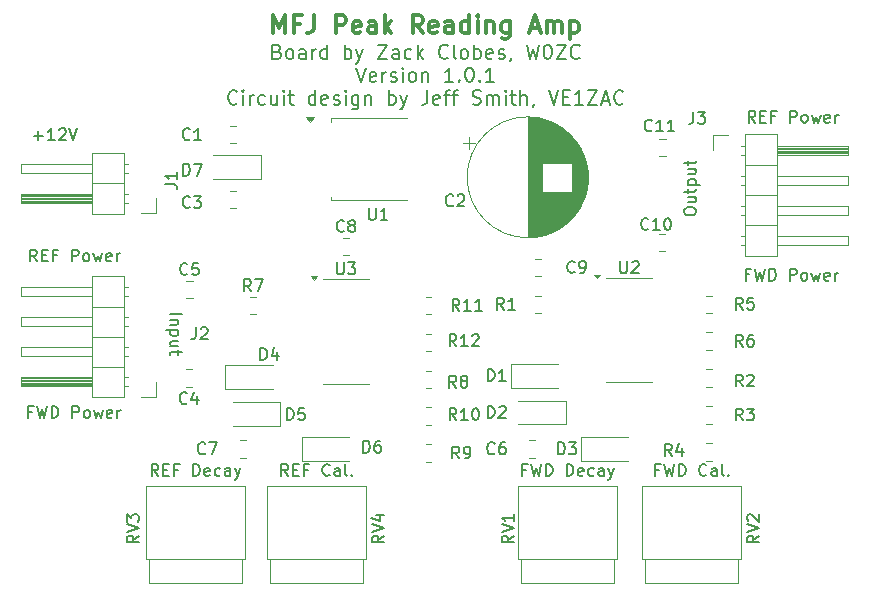
<source format=gbr>
%TF.GenerationSoftware,KiCad,Pcbnew,8.0.8*%
%TF.CreationDate,2025-02-20T20:43:13-06:00*%
%TF.ProjectId,peak-read-amp,7065616b-2d72-4656-9164-2d616d702e6b,rev?*%
%TF.SameCoordinates,Original*%
%TF.FileFunction,Legend,Top*%
%TF.FilePolarity,Positive*%
%FSLAX46Y46*%
G04 Gerber Fmt 4.6, Leading zero omitted, Abs format (unit mm)*
G04 Created by KiCad (PCBNEW 8.0.8) date 2025-02-20 20:43:13*
%MOMM*%
%LPD*%
G01*
G04 APERTURE LIST*
%ADD10C,0.150000*%
%ADD11C,0.300000*%
%ADD12C,0.120000*%
G04 APERTURE END LIST*
D10*
X88380180Y-123586779D02*
X89380180Y-123586779D01*
X89046847Y-124062969D02*
X88380180Y-124062969D01*
X88951609Y-124062969D02*
X88999228Y-124110588D01*
X88999228Y-124110588D02*
X89046847Y-124205826D01*
X89046847Y-124205826D02*
X89046847Y-124348683D01*
X89046847Y-124348683D02*
X88999228Y-124443921D01*
X88999228Y-124443921D02*
X88903990Y-124491540D01*
X88903990Y-124491540D02*
X88380180Y-124491540D01*
X89046847Y-124967731D02*
X88046847Y-124967731D01*
X88999228Y-124967731D02*
X89046847Y-125062969D01*
X89046847Y-125062969D02*
X89046847Y-125253445D01*
X89046847Y-125253445D02*
X88999228Y-125348683D01*
X88999228Y-125348683D02*
X88951609Y-125396302D01*
X88951609Y-125396302D02*
X88856371Y-125443921D01*
X88856371Y-125443921D02*
X88570657Y-125443921D01*
X88570657Y-125443921D02*
X88475419Y-125396302D01*
X88475419Y-125396302D02*
X88427800Y-125348683D01*
X88427800Y-125348683D02*
X88380180Y-125253445D01*
X88380180Y-125253445D02*
X88380180Y-125062969D01*
X88380180Y-125062969D02*
X88427800Y-124967731D01*
X89046847Y-126301064D02*
X88380180Y-126301064D01*
X89046847Y-125872493D02*
X88523038Y-125872493D01*
X88523038Y-125872493D02*
X88427800Y-125920112D01*
X88427800Y-125920112D02*
X88380180Y-126015350D01*
X88380180Y-126015350D02*
X88380180Y-126158207D01*
X88380180Y-126158207D02*
X88427800Y-126253445D01*
X88427800Y-126253445D02*
X88475419Y-126301064D01*
X89046847Y-126634398D02*
X89046847Y-127015350D01*
X89380180Y-126777255D02*
X88523038Y-126777255D01*
X88523038Y-126777255D02*
X88427800Y-126824874D01*
X88427800Y-126824874D02*
X88380180Y-126920112D01*
X88380180Y-126920112D02*
X88380180Y-127015350D01*
X97428572Y-101352905D02*
X97600000Y-101410048D01*
X97600000Y-101410048D02*
X97657143Y-101467191D01*
X97657143Y-101467191D02*
X97714286Y-101581476D01*
X97714286Y-101581476D02*
X97714286Y-101752905D01*
X97714286Y-101752905D02*
X97657143Y-101867191D01*
X97657143Y-101867191D02*
X97600000Y-101924334D01*
X97600000Y-101924334D02*
X97485715Y-101981476D01*
X97485715Y-101981476D02*
X97028572Y-101981476D01*
X97028572Y-101981476D02*
X97028572Y-100781476D01*
X97028572Y-100781476D02*
X97428572Y-100781476D01*
X97428572Y-100781476D02*
X97542858Y-100838619D01*
X97542858Y-100838619D02*
X97600000Y-100895762D01*
X97600000Y-100895762D02*
X97657143Y-101010048D01*
X97657143Y-101010048D02*
X97657143Y-101124334D01*
X97657143Y-101124334D02*
X97600000Y-101238619D01*
X97600000Y-101238619D02*
X97542858Y-101295762D01*
X97542858Y-101295762D02*
X97428572Y-101352905D01*
X97428572Y-101352905D02*
X97028572Y-101352905D01*
X98400000Y-101981476D02*
X98285715Y-101924334D01*
X98285715Y-101924334D02*
X98228572Y-101867191D01*
X98228572Y-101867191D02*
X98171429Y-101752905D01*
X98171429Y-101752905D02*
X98171429Y-101410048D01*
X98171429Y-101410048D02*
X98228572Y-101295762D01*
X98228572Y-101295762D02*
X98285715Y-101238619D01*
X98285715Y-101238619D02*
X98400000Y-101181476D01*
X98400000Y-101181476D02*
X98571429Y-101181476D01*
X98571429Y-101181476D02*
X98685715Y-101238619D01*
X98685715Y-101238619D02*
X98742858Y-101295762D01*
X98742858Y-101295762D02*
X98800000Y-101410048D01*
X98800000Y-101410048D02*
X98800000Y-101752905D01*
X98800000Y-101752905D02*
X98742858Y-101867191D01*
X98742858Y-101867191D02*
X98685715Y-101924334D01*
X98685715Y-101924334D02*
X98571429Y-101981476D01*
X98571429Y-101981476D02*
X98400000Y-101981476D01*
X99828572Y-101981476D02*
X99828572Y-101352905D01*
X99828572Y-101352905D02*
X99771429Y-101238619D01*
X99771429Y-101238619D02*
X99657143Y-101181476D01*
X99657143Y-101181476D02*
X99428572Y-101181476D01*
X99428572Y-101181476D02*
X99314286Y-101238619D01*
X99828572Y-101924334D02*
X99714286Y-101981476D01*
X99714286Y-101981476D02*
X99428572Y-101981476D01*
X99428572Y-101981476D02*
X99314286Y-101924334D01*
X99314286Y-101924334D02*
X99257143Y-101810048D01*
X99257143Y-101810048D02*
X99257143Y-101695762D01*
X99257143Y-101695762D02*
X99314286Y-101581476D01*
X99314286Y-101581476D02*
X99428572Y-101524334D01*
X99428572Y-101524334D02*
X99714286Y-101524334D01*
X99714286Y-101524334D02*
X99828572Y-101467191D01*
X100400000Y-101981476D02*
X100400000Y-101181476D01*
X100400000Y-101410048D02*
X100457143Y-101295762D01*
X100457143Y-101295762D02*
X100514286Y-101238619D01*
X100514286Y-101238619D02*
X100628571Y-101181476D01*
X100628571Y-101181476D02*
X100742857Y-101181476D01*
X101657143Y-101981476D02*
X101657143Y-100781476D01*
X101657143Y-101924334D02*
X101542857Y-101981476D01*
X101542857Y-101981476D02*
X101314285Y-101981476D01*
X101314285Y-101981476D02*
X101200000Y-101924334D01*
X101200000Y-101924334D02*
X101142857Y-101867191D01*
X101142857Y-101867191D02*
X101085714Y-101752905D01*
X101085714Y-101752905D02*
X101085714Y-101410048D01*
X101085714Y-101410048D02*
X101142857Y-101295762D01*
X101142857Y-101295762D02*
X101200000Y-101238619D01*
X101200000Y-101238619D02*
X101314285Y-101181476D01*
X101314285Y-101181476D02*
X101542857Y-101181476D01*
X101542857Y-101181476D02*
X101657143Y-101238619D01*
X103142857Y-101981476D02*
X103142857Y-100781476D01*
X103142857Y-101238619D02*
X103257143Y-101181476D01*
X103257143Y-101181476D02*
X103485714Y-101181476D01*
X103485714Y-101181476D02*
X103600000Y-101238619D01*
X103600000Y-101238619D02*
X103657143Y-101295762D01*
X103657143Y-101295762D02*
X103714285Y-101410048D01*
X103714285Y-101410048D02*
X103714285Y-101752905D01*
X103714285Y-101752905D02*
X103657143Y-101867191D01*
X103657143Y-101867191D02*
X103600000Y-101924334D01*
X103600000Y-101924334D02*
X103485714Y-101981476D01*
X103485714Y-101981476D02*
X103257143Y-101981476D01*
X103257143Y-101981476D02*
X103142857Y-101924334D01*
X104114285Y-101181476D02*
X104399999Y-101981476D01*
X104685714Y-101181476D02*
X104399999Y-101981476D01*
X104399999Y-101981476D02*
X104285714Y-102267191D01*
X104285714Y-102267191D02*
X104228571Y-102324334D01*
X104228571Y-102324334D02*
X104114285Y-102381476D01*
X105942857Y-100781476D02*
X106742857Y-100781476D01*
X106742857Y-100781476D02*
X105942857Y-101981476D01*
X105942857Y-101981476D02*
X106742857Y-101981476D01*
X107714286Y-101981476D02*
X107714286Y-101352905D01*
X107714286Y-101352905D02*
X107657143Y-101238619D01*
X107657143Y-101238619D02*
X107542857Y-101181476D01*
X107542857Y-101181476D02*
X107314286Y-101181476D01*
X107314286Y-101181476D02*
X107200000Y-101238619D01*
X107714286Y-101924334D02*
X107600000Y-101981476D01*
X107600000Y-101981476D02*
X107314286Y-101981476D01*
X107314286Y-101981476D02*
X107200000Y-101924334D01*
X107200000Y-101924334D02*
X107142857Y-101810048D01*
X107142857Y-101810048D02*
X107142857Y-101695762D01*
X107142857Y-101695762D02*
X107200000Y-101581476D01*
X107200000Y-101581476D02*
X107314286Y-101524334D01*
X107314286Y-101524334D02*
X107600000Y-101524334D01*
X107600000Y-101524334D02*
X107714286Y-101467191D01*
X108800000Y-101924334D02*
X108685714Y-101981476D01*
X108685714Y-101981476D02*
X108457142Y-101981476D01*
X108457142Y-101981476D02*
X108342857Y-101924334D01*
X108342857Y-101924334D02*
X108285714Y-101867191D01*
X108285714Y-101867191D02*
X108228571Y-101752905D01*
X108228571Y-101752905D02*
X108228571Y-101410048D01*
X108228571Y-101410048D02*
X108285714Y-101295762D01*
X108285714Y-101295762D02*
X108342857Y-101238619D01*
X108342857Y-101238619D02*
X108457142Y-101181476D01*
X108457142Y-101181476D02*
X108685714Y-101181476D01*
X108685714Y-101181476D02*
X108800000Y-101238619D01*
X109314285Y-101981476D02*
X109314285Y-100781476D01*
X109428571Y-101524334D02*
X109771428Y-101981476D01*
X109771428Y-101181476D02*
X109314285Y-101638619D01*
X111885714Y-101867191D02*
X111828571Y-101924334D01*
X111828571Y-101924334D02*
X111657143Y-101981476D01*
X111657143Y-101981476D02*
X111542857Y-101981476D01*
X111542857Y-101981476D02*
X111371428Y-101924334D01*
X111371428Y-101924334D02*
X111257143Y-101810048D01*
X111257143Y-101810048D02*
X111200000Y-101695762D01*
X111200000Y-101695762D02*
X111142857Y-101467191D01*
X111142857Y-101467191D02*
X111142857Y-101295762D01*
X111142857Y-101295762D02*
X111200000Y-101067191D01*
X111200000Y-101067191D02*
X111257143Y-100952905D01*
X111257143Y-100952905D02*
X111371428Y-100838619D01*
X111371428Y-100838619D02*
X111542857Y-100781476D01*
X111542857Y-100781476D02*
X111657143Y-100781476D01*
X111657143Y-100781476D02*
X111828571Y-100838619D01*
X111828571Y-100838619D02*
X111885714Y-100895762D01*
X112571428Y-101981476D02*
X112457143Y-101924334D01*
X112457143Y-101924334D02*
X112400000Y-101810048D01*
X112400000Y-101810048D02*
X112400000Y-100781476D01*
X113199999Y-101981476D02*
X113085714Y-101924334D01*
X113085714Y-101924334D02*
X113028571Y-101867191D01*
X113028571Y-101867191D02*
X112971428Y-101752905D01*
X112971428Y-101752905D02*
X112971428Y-101410048D01*
X112971428Y-101410048D02*
X113028571Y-101295762D01*
X113028571Y-101295762D02*
X113085714Y-101238619D01*
X113085714Y-101238619D02*
X113199999Y-101181476D01*
X113199999Y-101181476D02*
X113371428Y-101181476D01*
X113371428Y-101181476D02*
X113485714Y-101238619D01*
X113485714Y-101238619D02*
X113542857Y-101295762D01*
X113542857Y-101295762D02*
X113599999Y-101410048D01*
X113599999Y-101410048D02*
X113599999Y-101752905D01*
X113599999Y-101752905D02*
X113542857Y-101867191D01*
X113542857Y-101867191D02*
X113485714Y-101924334D01*
X113485714Y-101924334D02*
X113371428Y-101981476D01*
X113371428Y-101981476D02*
X113199999Y-101981476D01*
X114114285Y-101981476D02*
X114114285Y-100781476D01*
X114114285Y-101238619D02*
X114228571Y-101181476D01*
X114228571Y-101181476D02*
X114457142Y-101181476D01*
X114457142Y-101181476D02*
X114571428Y-101238619D01*
X114571428Y-101238619D02*
X114628571Y-101295762D01*
X114628571Y-101295762D02*
X114685713Y-101410048D01*
X114685713Y-101410048D02*
X114685713Y-101752905D01*
X114685713Y-101752905D02*
X114628571Y-101867191D01*
X114628571Y-101867191D02*
X114571428Y-101924334D01*
X114571428Y-101924334D02*
X114457142Y-101981476D01*
X114457142Y-101981476D02*
X114228571Y-101981476D01*
X114228571Y-101981476D02*
X114114285Y-101924334D01*
X115657142Y-101924334D02*
X115542856Y-101981476D01*
X115542856Y-101981476D02*
X115314285Y-101981476D01*
X115314285Y-101981476D02*
X115199999Y-101924334D01*
X115199999Y-101924334D02*
X115142856Y-101810048D01*
X115142856Y-101810048D02*
X115142856Y-101352905D01*
X115142856Y-101352905D02*
X115199999Y-101238619D01*
X115199999Y-101238619D02*
X115314285Y-101181476D01*
X115314285Y-101181476D02*
X115542856Y-101181476D01*
X115542856Y-101181476D02*
X115657142Y-101238619D01*
X115657142Y-101238619D02*
X115714285Y-101352905D01*
X115714285Y-101352905D02*
X115714285Y-101467191D01*
X115714285Y-101467191D02*
X115142856Y-101581476D01*
X116171427Y-101924334D02*
X116285713Y-101981476D01*
X116285713Y-101981476D02*
X116514284Y-101981476D01*
X116514284Y-101981476D02*
X116628570Y-101924334D01*
X116628570Y-101924334D02*
X116685713Y-101810048D01*
X116685713Y-101810048D02*
X116685713Y-101752905D01*
X116685713Y-101752905D02*
X116628570Y-101638619D01*
X116628570Y-101638619D02*
X116514284Y-101581476D01*
X116514284Y-101581476D02*
X116342856Y-101581476D01*
X116342856Y-101581476D02*
X116228570Y-101524334D01*
X116228570Y-101524334D02*
X116171427Y-101410048D01*
X116171427Y-101410048D02*
X116171427Y-101352905D01*
X116171427Y-101352905D02*
X116228570Y-101238619D01*
X116228570Y-101238619D02*
X116342856Y-101181476D01*
X116342856Y-101181476D02*
X116514284Y-101181476D01*
X116514284Y-101181476D02*
X116628570Y-101238619D01*
X117257142Y-101924334D02*
X117257142Y-101981476D01*
X117257142Y-101981476D02*
X117199999Y-102095762D01*
X117199999Y-102095762D02*
X117142856Y-102152905D01*
X118571428Y-100781476D02*
X118857142Y-101981476D01*
X118857142Y-101981476D02*
X119085714Y-101124334D01*
X119085714Y-101124334D02*
X119314285Y-101981476D01*
X119314285Y-101981476D02*
X119600000Y-100781476D01*
X120285714Y-100781476D02*
X120400000Y-100781476D01*
X120400000Y-100781476D02*
X120514286Y-100838619D01*
X120514286Y-100838619D02*
X120571429Y-100895762D01*
X120571429Y-100895762D02*
X120628571Y-101010048D01*
X120628571Y-101010048D02*
X120685714Y-101238619D01*
X120685714Y-101238619D02*
X120685714Y-101524334D01*
X120685714Y-101524334D02*
X120628571Y-101752905D01*
X120628571Y-101752905D02*
X120571429Y-101867191D01*
X120571429Y-101867191D02*
X120514286Y-101924334D01*
X120514286Y-101924334D02*
X120400000Y-101981476D01*
X120400000Y-101981476D02*
X120285714Y-101981476D01*
X120285714Y-101981476D02*
X120171429Y-101924334D01*
X120171429Y-101924334D02*
X120114286Y-101867191D01*
X120114286Y-101867191D02*
X120057143Y-101752905D01*
X120057143Y-101752905D02*
X120000000Y-101524334D01*
X120000000Y-101524334D02*
X120000000Y-101238619D01*
X120000000Y-101238619D02*
X120057143Y-101010048D01*
X120057143Y-101010048D02*
X120114286Y-100895762D01*
X120114286Y-100895762D02*
X120171429Y-100838619D01*
X120171429Y-100838619D02*
X120285714Y-100781476D01*
X121085714Y-100781476D02*
X121885714Y-100781476D01*
X121885714Y-100781476D02*
X121085714Y-101981476D01*
X121085714Y-101981476D02*
X121885714Y-101981476D01*
X123028571Y-101867191D02*
X122971428Y-101924334D01*
X122971428Y-101924334D02*
X122800000Y-101981476D01*
X122800000Y-101981476D02*
X122685714Y-101981476D01*
X122685714Y-101981476D02*
X122514285Y-101924334D01*
X122514285Y-101924334D02*
X122400000Y-101810048D01*
X122400000Y-101810048D02*
X122342857Y-101695762D01*
X122342857Y-101695762D02*
X122285714Y-101467191D01*
X122285714Y-101467191D02*
X122285714Y-101295762D01*
X122285714Y-101295762D02*
X122342857Y-101067191D01*
X122342857Y-101067191D02*
X122400000Y-100952905D01*
X122400000Y-100952905D02*
X122514285Y-100838619D01*
X122514285Y-100838619D02*
X122685714Y-100781476D01*
X122685714Y-100781476D02*
X122800000Y-100781476D01*
X122800000Y-100781476D02*
X122971428Y-100838619D01*
X122971428Y-100838619D02*
X123028571Y-100895762D01*
X104114285Y-102713409D02*
X104514285Y-103913409D01*
X104514285Y-103913409D02*
X104914285Y-102713409D01*
X105771428Y-103856267D02*
X105657142Y-103913409D01*
X105657142Y-103913409D02*
X105428571Y-103913409D01*
X105428571Y-103913409D02*
X105314285Y-103856267D01*
X105314285Y-103856267D02*
X105257142Y-103741981D01*
X105257142Y-103741981D02*
X105257142Y-103284838D01*
X105257142Y-103284838D02*
X105314285Y-103170552D01*
X105314285Y-103170552D02*
X105428571Y-103113409D01*
X105428571Y-103113409D02*
X105657142Y-103113409D01*
X105657142Y-103113409D02*
X105771428Y-103170552D01*
X105771428Y-103170552D02*
X105828571Y-103284838D01*
X105828571Y-103284838D02*
X105828571Y-103399124D01*
X105828571Y-103399124D02*
X105257142Y-103513409D01*
X106342856Y-103913409D02*
X106342856Y-103113409D01*
X106342856Y-103341981D02*
X106399999Y-103227695D01*
X106399999Y-103227695D02*
X106457142Y-103170552D01*
X106457142Y-103170552D02*
X106571427Y-103113409D01*
X106571427Y-103113409D02*
X106685713Y-103113409D01*
X107028570Y-103856267D02*
X107142856Y-103913409D01*
X107142856Y-103913409D02*
X107371427Y-103913409D01*
X107371427Y-103913409D02*
X107485713Y-103856267D01*
X107485713Y-103856267D02*
X107542856Y-103741981D01*
X107542856Y-103741981D02*
X107542856Y-103684838D01*
X107542856Y-103684838D02*
X107485713Y-103570552D01*
X107485713Y-103570552D02*
X107371427Y-103513409D01*
X107371427Y-103513409D02*
X107199999Y-103513409D01*
X107199999Y-103513409D02*
X107085713Y-103456267D01*
X107085713Y-103456267D02*
X107028570Y-103341981D01*
X107028570Y-103341981D02*
X107028570Y-103284838D01*
X107028570Y-103284838D02*
X107085713Y-103170552D01*
X107085713Y-103170552D02*
X107199999Y-103113409D01*
X107199999Y-103113409D02*
X107371427Y-103113409D01*
X107371427Y-103113409D02*
X107485713Y-103170552D01*
X108057142Y-103913409D02*
X108057142Y-103113409D01*
X108057142Y-102713409D02*
X107999999Y-102770552D01*
X107999999Y-102770552D02*
X108057142Y-102827695D01*
X108057142Y-102827695D02*
X108114285Y-102770552D01*
X108114285Y-102770552D02*
X108057142Y-102713409D01*
X108057142Y-102713409D02*
X108057142Y-102827695D01*
X108799999Y-103913409D02*
X108685714Y-103856267D01*
X108685714Y-103856267D02*
X108628571Y-103799124D01*
X108628571Y-103799124D02*
X108571428Y-103684838D01*
X108571428Y-103684838D02*
X108571428Y-103341981D01*
X108571428Y-103341981D02*
X108628571Y-103227695D01*
X108628571Y-103227695D02*
X108685714Y-103170552D01*
X108685714Y-103170552D02*
X108799999Y-103113409D01*
X108799999Y-103113409D02*
X108971428Y-103113409D01*
X108971428Y-103113409D02*
X109085714Y-103170552D01*
X109085714Y-103170552D02*
X109142857Y-103227695D01*
X109142857Y-103227695D02*
X109199999Y-103341981D01*
X109199999Y-103341981D02*
X109199999Y-103684838D01*
X109199999Y-103684838D02*
X109142857Y-103799124D01*
X109142857Y-103799124D02*
X109085714Y-103856267D01*
X109085714Y-103856267D02*
X108971428Y-103913409D01*
X108971428Y-103913409D02*
X108799999Y-103913409D01*
X109714285Y-103113409D02*
X109714285Y-103913409D01*
X109714285Y-103227695D02*
X109771428Y-103170552D01*
X109771428Y-103170552D02*
X109885713Y-103113409D01*
X109885713Y-103113409D02*
X110057142Y-103113409D01*
X110057142Y-103113409D02*
X110171428Y-103170552D01*
X110171428Y-103170552D02*
X110228571Y-103284838D01*
X110228571Y-103284838D02*
X110228571Y-103913409D01*
X112342856Y-103913409D02*
X111657142Y-103913409D01*
X111999999Y-103913409D02*
X111999999Y-102713409D01*
X111999999Y-102713409D02*
X111885713Y-102884838D01*
X111885713Y-102884838D02*
X111771428Y-102999124D01*
X111771428Y-102999124D02*
X111657142Y-103056267D01*
X112857142Y-103799124D02*
X112914285Y-103856267D01*
X112914285Y-103856267D02*
X112857142Y-103913409D01*
X112857142Y-103913409D02*
X112799999Y-103856267D01*
X112799999Y-103856267D02*
X112857142Y-103799124D01*
X112857142Y-103799124D02*
X112857142Y-103913409D01*
X113657142Y-102713409D02*
X113771428Y-102713409D01*
X113771428Y-102713409D02*
X113885714Y-102770552D01*
X113885714Y-102770552D02*
X113942857Y-102827695D01*
X113942857Y-102827695D02*
X113999999Y-102941981D01*
X113999999Y-102941981D02*
X114057142Y-103170552D01*
X114057142Y-103170552D02*
X114057142Y-103456267D01*
X114057142Y-103456267D02*
X113999999Y-103684838D01*
X113999999Y-103684838D02*
X113942857Y-103799124D01*
X113942857Y-103799124D02*
X113885714Y-103856267D01*
X113885714Y-103856267D02*
X113771428Y-103913409D01*
X113771428Y-103913409D02*
X113657142Y-103913409D01*
X113657142Y-103913409D02*
X113542857Y-103856267D01*
X113542857Y-103856267D02*
X113485714Y-103799124D01*
X113485714Y-103799124D02*
X113428571Y-103684838D01*
X113428571Y-103684838D02*
X113371428Y-103456267D01*
X113371428Y-103456267D02*
X113371428Y-103170552D01*
X113371428Y-103170552D02*
X113428571Y-102941981D01*
X113428571Y-102941981D02*
X113485714Y-102827695D01*
X113485714Y-102827695D02*
X113542857Y-102770552D01*
X113542857Y-102770552D02*
X113657142Y-102713409D01*
X114571428Y-103799124D02*
X114628571Y-103856267D01*
X114628571Y-103856267D02*
X114571428Y-103913409D01*
X114571428Y-103913409D02*
X114514285Y-103856267D01*
X114514285Y-103856267D02*
X114571428Y-103799124D01*
X114571428Y-103799124D02*
X114571428Y-103913409D01*
X115771428Y-103913409D02*
X115085714Y-103913409D01*
X115428571Y-103913409D02*
X115428571Y-102713409D01*
X115428571Y-102713409D02*
X115314285Y-102884838D01*
X115314285Y-102884838D02*
X115200000Y-102999124D01*
X115200000Y-102999124D02*
X115085714Y-103056267D01*
X94028572Y-105731057D02*
X93971429Y-105788200D01*
X93971429Y-105788200D02*
X93800001Y-105845342D01*
X93800001Y-105845342D02*
X93685715Y-105845342D01*
X93685715Y-105845342D02*
X93514286Y-105788200D01*
X93514286Y-105788200D02*
X93400001Y-105673914D01*
X93400001Y-105673914D02*
X93342858Y-105559628D01*
X93342858Y-105559628D02*
X93285715Y-105331057D01*
X93285715Y-105331057D02*
X93285715Y-105159628D01*
X93285715Y-105159628D02*
X93342858Y-104931057D01*
X93342858Y-104931057D02*
X93400001Y-104816771D01*
X93400001Y-104816771D02*
X93514286Y-104702485D01*
X93514286Y-104702485D02*
X93685715Y-104645342D01*
X93685715Y-104645342D02*
X93800001Y-104645342D01*
X93800001Y-104645342D02*
X93971429Y-104702485D01*
X93971429Y-104702485D02*
X94028572Y-104759628D01*
X94542858Y-105845342D02*
X94542858Y-105045342D01*
X94542858Y-104645342D02*
X94485715Y-104702485D01*
X94485715Y-104702485D02*
X94542858Y-104759628D01*
X94542858Y-104759628D02*
X94600001Y-104702485D01*
X94600001Y-104702485D02*
X94542858Y-104645342D01*
X94542858Y-104645342D02*
X94542858Y-104759628D01*
X95114287Y-105845342D02*
X95114287Y-105045342D01*
X95114287Y-105273914D02*
X95171430Y-105159628D01*
X95171430Y-105159628D02*
X95228573Y-105102485D01*
X95228573Y-105102485D02*
X95342858Y-105045342D01*
X95342858Y-105045342D02*
X95457144Y-105045342D01*
X96371430Y-105788200D02*
X96257144Y-105845342D01*
X96257144Y-105845342D02*
X96028572Y-105845342D01*
X96028572Y-105845342D02*
X95914287Y-105788200D01*
X95914287Y-105788200D02*
X95857144Y-105731057D01*
X95857144Y-105731057D02*
X95800001Y-105616771D01*
X95800001Y-105616771D02*
X95800001Y-105273914D01*
X95800001Y-105273914D02*
X95857144Y-105159628D01*
X95857144Y-105159628D02*
X95914287Y-105102485D01*
X95914287Y-105102485D02*
X96028572Y-105045342D01*
X96028572Y-105045342D02*
X96257144Y-105045342D01*
X96257144Y-105045342D02*
X96371430Y-105102485D01*
X97400001Y-105045342D02*
X97400001Y-105845342D01*
X96885715Y-105045342D02*
X96885715Y-105673914D01*
X96885715Y-105673914D02*
X96942858Y-105788200D01*
X96942858Y-105788200D02*
X97057143Y-105845342D01*
X97057143Y-105845342D02*
X97228572Y-105845342D01*
X97228572Y-105845342D02*
X97342858Y-105788200D01*
X97342858Y-105788200D02*
X97400001Y-105731057D01*
X97971429Y-105845342D02*
X97971429Y-105045342D01*
X97971429Y-104645342D02*
X97914286Y-104702485D01*
X97914286Y-104702485D02*
X97971429Y-104759628D01*
X97971429Y-104759628D02*
X98028572Y-104702485D01*
X98028572Y-104702485D02*
X97971429Y-104645342D01*
X97971429Y-104645342D02*
X97971429Y-104759628D01*
X98371429Y-105045342D02*
X98828572Y-105045342D01*
X98542858Y-104645342D02*
X98542858Y-105673914D01*
X98542858Y-105673914D02*
X98600001Y-105788200D01*
X98600001Y-105788200D02*
X98714286Y-105845342D01*
X98714286Y-105845342D02*
X98828572Y-105845342D01*
X100657144Y-105845342D02*
X100657144Y-104645342D01*
X100657144Y-105788200D02*
X100542858Y-105845342D01*
X100542858Y-105845342D02*
X100314286Y-105845342D01*
X100314286Y-105845342D02*
X100200001Y-105788200D01*
X100200001Y-105788200D02*
X100142858Y-105731057D01*
X100142858Y-105731057D02*
X100085715Y-105616771D01*
X100085715Y-105616771D02*
X100085715Y-105273914D01*
X100085715Y-105273914D02*
X100142858Y-105159628D01*
X100142858Y-105159628D02*
X100200001Y-105102485D01*
X100200001Y-105102485D02*
X100314286Y-105045342D01*
X100314286Y-105045342D02*
X100542858Y-105045342D01*
X100542858Y-105045342D02*
X100657144Y-105102485D01*
X101685715Y-105788200D02*
X101571429Y-105845342D01*
X101571429Y-105845342D02*
X101342858Y-105845342D01*
X101342858Y-105845342D02*
X101228572Y-105788200D01*
X101228572Y-105788200D02*
X101171429Y-105673914D01*
X101171429Y-105673914D02*
X101171429Y-105216771D01*
X101171429Y-105216771D02*
X101228572Y-105102485D01*
X101228572Y-105102485D02*
X101342858Y-105045342D01*
X101342858Y-105045342D02*
X101571429Y-105045342D01*
X101571429Y-105045342D02*
X101685715Y-105102485D01*
X101685715Y-105102485D02*
X101742858Y-105216771D01*
X101742858Y-105216771D02*
X101742858Y-105331057D01*
X101742858Y-105331057D02*
X101171429Y-105445342D01*
X102200000Y-105788200D02*
X102314286Y-105845342D01*
X102314286Y-105845342D02*
X102542857Y-105845342D01*
X102542857Y-105845342D02*
X102657143Y-105788200D01*
X102657143Y-105788200D02*
X102714286Y-105673914D01*
X102714286Y-105673914D02*
X102714286Y-105616771D01*
X102714286Y-105616771D02*
X102657143Y-105502485D01*
X102657143Y-105502485D02*
X102542857Y-105445342D01*
X102542857Y-105445342D02*
X102371429Y-105445342D01*
X102371429Y-105445342D02*
X102257143Y-105388200D01*
X102257143Y-105388200D02*
X102200000Y-105273914D01*
X102200000Y-105273914D02*
X102200000Y-105216771D01*
X102200000Y-105216771D02*
X102257143Y-105102485D01*
X102257143Y-105102485D02*
X102371429Y-105045342D01*
X102371429Y-105045342D02*
X102542857Y-105045342D01*
X102542857Y-105045342D02*
X102657143Y-105102485D01*
X103228572Y-105845342D02*
X103228572Y-105045342D01*
X103228572Y-104645342D02*
X103171429Y-104702485D01*
X103171429Y-104702485D02*
X103228572Y-104759628D01*
X103228572Y-104759628D02*
X103285715Y-104702485D01*
X103285715Y-104702485D02*
X103228572Y-104645342D01*
X103228572Y-104645342D02*
X103228572Y-104759628D01*
X104314287Y-105045342D02*
X104314287Y-106016771D01*
X104314287Y-106016771D02*
X104257144Y-106131057D01*
X104257144Y-106131057D02*
X104200001Y-106188200D01*
X104200001Y-106188200D02*
X104085715Y-106245342D01*
X104085715Y-106245342D02*
X103914287Y-106245342D01*
X103914287Y-106245342D02*
X103800001Y-106188200D01*
X104314287Y-105788200D02*
X104200001Y-105845342D01*
X104200001Y-105845342D02*
X103971429Y-105845342D01*
X103971429Y-105845342D02*
X103857144Y-105788200D01*
X103857144Y-105788200D02*
X103800001Y-105731057D01*
X103800001Y-105731057D02*
X103742858Y-105616771D01*
X103742858Y-105616771D02*
X103742858Y-105273914D01*
X103742858Y-105273914D02*
X103800001Y-105159628D01*
X103800001Y-105159628D02*
X103857144Y-105102485D01*
X103857144Y-105102485D02*
X103971429Y-105045342D01*
X103971429Y-105045342D02*
X104200001Y-105045342D01*
X104200001Y-105045342D02*
X104314287Y-105102485D01*
X104885715Y-105045342D02*
X104885715Y-105845342D01*
X104885715Y-105159628D02*
X104942858Y-105102485D01*
X104942858Y-105102485D02*
X105057143Y-105045342D01*
X105057143Y-105045342D02*
X105228572Y-105045342D01*
X105228572Y-105045342D02*
X105342858Y-105102485D01*
X105342858Y-105102485D02*
X105400001Y-105216771D01*
X105400001Y-105216771D02*
X105400001Y-105845342D01*
X106885715Y-105845342D02*
X106885715Y-104645342D01*
X106885715Y-105102485D02*
X107000001Y-105045342D01*
X107000001Y-105045342D02*
X107228572Y-105045342D01*
X107228572Y-105045342D02*
X107342858Y-105102485D01*
X107342858Y-105102485D02*
X107400001Y-105159628D01*
X107400001Y-105159628D02*
X107457143Y-105273914D01*
X107457143Y-105273914D02*
X107457143Y-105616771D01*
X107457143Y-105616771D02*
X107400001Y-105731057D01*
X107400001Y-105731057D02*
X107342858Y-105788200D01*
X107342858Y-105788200D02*
X107228572Y-105845342D01*
X107228572Y-105845342D02*
X107000001Y-105845342D01*
X107000001Y-105845342D02*
X106885715Y-105788200D01*
X107857143Y-105045342D02*
X108142857Y-105845342D01*
X108428572Y-105045342D02*
X108142857Y-105845342D01*
X108142857Y-105845342D02*
X108028572Y-106131057D01*
X108028572Y-106131057D02*
X107971429Y-106188200D01*
X107971429Y-106188200D02*
X107857143Y-106245342D01*
X110142858Y-104645342D02*
X110142858Y-105502485D01*
X110142858Y-105502485D02*
X110085715Y-105673914D01*
X110085715Y-105673914D02*
X109971429Y-105788200D01*
X109971429Y-105788200D02*
X109800001Y-105845342D01*
X109800001Y-105845342D02*
X109685715Y-105845342D01*
X111171430Y-105788200D02*
X111057144Y-105845342D01*
X111057144Y-105845342D02*
X110828573Y-105845342D01*
X110828573Y-105845342D02*
X110714287Y-105788200D01*
X110714287Y-105788200D02*
X110657144Y-105673914D01*
X110657144Y-105673914D02*
X110657144Y-105216771D01*
X110657144Y-105216771D02*
X110714287Y-105102485D01*
X110714287Y-105102485D02*
X110828573Y-105045342D01*
X110828573Y-105045342D02*
X111057144Y-105045342D01*
X111057144Y-105045342D02*
X111171430Y-105102485D01*
X111171430Y-105102485D02*
X111228573Y-105216771D01*
X111228573Y-105216771D02*
X111228573Y-105331057D01*
X111228573Y-105331057D02*
X110657144Y-105445342D01*
X111571429Y-105045342D02*
X112028572Y-105045342D01*
X111742858Y-105845342D02*
X111742858Y-104816771D01*
X111742858Y-104816771D02*
X111800001Y-104702485D01*
X111800001Y-104702485D02*
X111914286Y-104645342D01*
X111914286Y-104645342D02*
X112028572Y-104645342D01*
X112257143Y-105045342D02*
X112714286Y-105045342D01*
X112428572Y-105845342D02*
X112428572Y-104816771D01*
X112428572Y-104816771D02*
X112485715Y-104702485D01*
X112485715Y-104702485D02*
X112600000Y-104645342D01*
X112600000Y-104645342D02*
X112714286Y-104645342D01*
X113971429Y-105788200D02*
X114142858Y-105845342D01*
X114142858Y-105845342D02*
X114428572Y-105845342D01*
X114428572Y-105845342D02*
X114542858Y-105788200D01*
X114542858Y-105788200D02*
X114600000Y-105731057D01*
X114600000Y-105731057D02*
X114657143Y-105616771D01*
X114657143Y-105616771D02*
X114657143Y-105502485D01*
X114657143Y-105502485D02*
X114600000Y-105388200D01*
X114600000Y-105388200D02*
X114542858Y-105331057D01*
X114542858Y-105331057D02*
X114428572Y-105273914D01*
X114428572Y-105273914D02*
X114200000Y-105216771D01*
X114200000Y-105216771D02*
X114085715Y-105159628D01*
X114085715Y-105159628D02*
X114028572Y-105102485D01*
X114028572Y-105102485D02*
X113971429Y-104988200D01*
X113971429Y-104988200D02*
X113971429Y-104873914D01*
X113971429Y-104873914D02*
X114028572Y-104759628D01*
X114028572Y-104759628D02*
X114085715Y-104702485D01*
X114085715Y-104702485D02*
X114200000Y-104645342D01*
X114200000Y-104645342D02*
X114485715Y-104645342D01*
X114485715Y-104645342D02*
X114657143Y-104702485D01*
X115171429Y-105845342D02*
X115171429Y-105045342D01*
X115171429Y-105159628D02*
X115228572Y-105102485D01*
X115228572Y-105102485D02*
X115342857Y-105045342D01*
X115342857Y-105045342D02*
X115514286Y-105045342D01*
X115514286Y-105045342D02*
X115628572Y-105102485D01*
X115628572Y-105102485D02*
X115685715Y-105216771D01*
X115685715Y-105216771D02*
X115685715Y-105845342D01*
X115685715Y-105216771D02*
X115742857Y-105102485D01*
X115742857Y-105102485D02*
X115857143Y-105045342D01*
X115857143Y-105045342D02*
X116028572Y-105045342D01*
X116028572Y-105045342D02*
X116142857Y-105102485D01*
X116142857Y-105102485D02*
X116200000Y-105216771D01*
X116200000Y-105216771D02*
X116200000Y-105845342D01*
X116771429Y-105845342D02*
X116771429Y-105045342D01*
X116771429Y-104645342D02*
X116714286Y-104702485D01*
X116714286Y-104702485D02*
X116771429Y-104759628D01*
X116771429Y-104759628D02*
X116828572Y-104702485D01*
X116828572Y-104702485D02*
X116771429Y-104645342D01*
X116771429Y-104645342D02*
X116771429Y-104759628D01*
X117171429Y-105045342D02*
X117628572Y-105045342D01*
X117342858Y-104645342D02*
X117342858Y-105673914D01*
X117342858Y-105673914D02*
X117400001Y-105788200D01*
X117400001Y-105788200D02*
X117514286Y-105845342D01*
X117514286Y-105845342D02*
X117628572Y-105845342D01*
X118028572Y-105845342D02*
X118028572Y-104645342D01*
X118542858Y-105845342D02*
X118542858Y-105216771D01*
X118542858Y-105216771D02*
X118485715Y-105102485D01*
X118485715Y-105102485D02*
X118371429Y-105045342D01*
X118371429Y-105045342D02*
X118200000Y-105045342D01*
X118200000Y-105045342D02*
X118085715Y-105102485D01*
X118085715Y-105102485D02*
X118028572Y-105159628D01*
X119171429Y-105788200D02*
X119171429Y-105845342D01*
X119171429Y-105845342D02*
X119114286Y-105959628D01*
X119114286Y-105959628D02*
X119057143Y-106016771D01*
X120428572Y-104645342D02*
X120828572Y-105845342D01*
X120828572Y-105845342D02*
X121228572Y-104645342D01*
X121628572Y-105216771D02*
X122028572Y-105216771D01*
X122200000Y-105845342D02*
X121628572Y-105845342D01*
X121628572Y-105845342D02*
X121628572Y-104645342D01*
X121628572Y-104645342D02*
X122200000Y-104645342D01*
X123342857Y-105845342D02*
X122657143Y-105845342D01*
X123000000Y-105845342D02*
X123000000Y-104645342D01*
X123000000Y-104645342D02*
X122885714Y-104816771D01*
X122885714Y-104816771D02*
X122771429Y-104931057D01*
X122771429Y-104931057D02*
X122657143Y-104988200D01*
X123742857Y-104645342D02*
X124542857Y-104645342D01*
X124542857Y-104645342D02*
X123742857Y-105845342D01*
X123742857Y-105845342D02*
X124542857Y-105845342D01*
X124942857Y-105502485D02*
X125514286Y-105502485D01*
X124828571Y-105845342D02*
X125228571Y-104645342D01*
X125228571Y-104645342D02*
X125628571Y-105845342D01*
X126714285Y-105731057D02*
X126657142Y-105788200D01*
X126657142Y-105788200D02*
X126485714Y-105845342D01*
X126485714Y-105845342D02*
X126371428Y-105845342D01*
X126371428Y-105845342D02*
X126199999Y-105788200D01*
X126199999Y-105788200D02*
X126085714Y-105673914D01*
X126085714Y-105673914D02*
X126028571Y-105559628D01*
X126028571Y-105559628D02*
X125971428Y-105331057D01*
X125971428Y-105331057D02*
X125971428Y-105159628D01*
X125971428Y-105159628D02*
X126028571Y-104931057D01*
X126028571Y-104931057D02*
X126085714Y-104816771D01*
X126085714Y-104816771D02*
X126199999Y-104702485D01*
X126199999Y-104702485D02*
X126371428Y-104645342D01*
X126371428Y-104645342D02*
X126485714Y-104645342D01*
X126485714Y-104645342D02*
X126657142Y-104702485D01*
X126657142Y-104702485D02*
X126714285Y-104759628D01*
X76670112Y-131846009D02*
X76336779Y-131846009D01*
X76336779Y-132369819D02*
X76336779Y-131369819D01*
X76336779Y-131369819D02*
X76812969Y-131369819D01*
X77098684Y-131369819D02*
X77336779Y-132369819D01*
X77336779Y-132369819D02*
X77527255Y-131655533D01*
X77527255Y-131655533D02*
X77717731Y-132369819D01*
X77717731Y-132369819D02*
X77955827Y-131369819D01*
X78336779Y-132369819D02*
X78336779Y-131369819D01*
X78336779Y-131369819D02*
X78574874Y-131369819D01*
X78574874Y-131369819D02*
X78717731Y-131417438D01*
X78717731Y-131417438D02*
X78812969Y-131512676D01*
X78812969Y-131512676D02*
X78860588Y-131607914D01*
X78860588Y-131607914D02*
X78908207Y-131798390D01*
X78908207Y-131798390D02*
X78908207Y-131941247D01*
X78908207Y-131941247D02*
X78860588Y-132131723D01*
X78860588Y-132131723D02*
X78812969Y-132226961D01*
X78812969Y-132226961D02*
X78717731Y-132322200D01*
X78717731Y-132322200D02*
X78574874Y-132369819D01*
X78574874Y-132369819D02*
X78336779Y-132369819D01*
X80098684Y-132369819D02*
X80098684Y-131369819D01*
X80098684Y-131369819D02*
X80479636Y-131369819D01*
X80479636Y-131369819D02*
X80574874Y-131417438D01*
X80574874Y-131417438D02*
X80622493Y-131465057D01*
X80622493Y-131465057D02*
X80670112Y-131560295D01*
X80670112Y-131560295D02*
X80670112Y-131703152D01*
X80670112Y-131703152D02*
X80622493Y-131798390D01*
X80622493Y-131798390D02*
X80574874Y-131846009D01*
X80574874Y-131846009D02*
X80479636Y-131893628D01*
X80479636Y-131893628D02*
X80098684Y-131893628D01*
X81241541Y-132369819D02*
X81146303Y-132322200D01*
X81146303Y-132322200D02*
X81098684Y-132274580D01*
X81098684Y-132274580D02*
X81051065Y-132179342D01*
X81051065Y-132179342D02*
X81051065Y-131893628D01*
X81051065Y-131893628D02*
X81098684Y-131798390D01*
X81098684Y-131798390D02*
X81146303Y-131750771D01*
X81146303Y-131750771D02*
X81241541Y-131703152D01*
X81241541Y-131703152D02*
X81384398Y-131703152D01*
X81384398Y-131703152D02*
X81479636Y-131750771D01*
X81479636Y-131750771D02*
X81527255Y-131798390D01*
X81527255Y-131798390D02*
X81574874Y-131893628D01*
X81574874Y-131893628D02*
X81574874Y-132179342D01*
X81574874Y-132179342D02*
X81527255Y-132274580D01*
X81527255Y-132274580D02*
X81479636Y-132322200D01*
X81479636Y-132322200D02*
X81384398Y-132369819D01*
X81384398Y-132369819D02*
X81241541Y-132369819D01*
X81908208Y-131703152D02*
X82098684Y-132369819D01*
X82098684Y-132369819D02*
X82289160Y-131893628D01*
X82289160Y-131893628D02*
X82479636Y-132369819D01*
X82479636Y-132369819D02*
X82670112Y-131703152D01*
X83432017Y-132322200D02*
X83336779Y-132369819D01*
X83336779Y-132369819D02*
X83146303Y-132369819D01*
X83146303Y-132369819D02*
X83051065Y-132322200D01*
X83051065Y-132322200D02*
X83003446Y-132226961D01*
X83003446Y-132226961D02*
X83003446Y-131846009D01*
X83003446Y-131846009D02*
X83051065Y-131750771D01*
X83051065Y-131750771D02*
X83146303Y-131703152D01*
X83146303Y-131703152D02*
X83336779Y-131703152D01*
X83336779Y-131703152D02*
X83432017Y-131750771D01*
X83432017Y-131750771D02*
X83479636Y-131846009D01*
X83479636Y-131846009D02*
X83479636Y-131941247D01*
X83479636Y-131941247D02*
X83003446Y-132036485D01*
X83908208Y-132369819D02*
X83908208Y-131703152D01*
X83908208Y-131893628D02*
X83955827Y-131798390D01*
X83955827Y-131798390D02*
X84003446Y-131750771D01*
X84003446Y-131750771D02*
X84098684Y-131703152D01*
X84098684Y-131703152D02*
X84193922Y-131703152D01*
D11*
X97107142Y-99800828D02*
X97107142Y-98300828D01*
X97107142Y-98300828D02*
X97607142Y-99372257D01*
X97607142Y-99372257D02*
X98107142Y-98300828D01*
X98107142Y-98300828D02*
X98107142Y-99800828D01*
X99321428Y-99015114D02*
X98821428Y-99015114D01*
X98821428Y-99800828D02*
X98821428Y-98300828D01*
X98821428Y-98300828D02*
X99535714Y-98300828D01*
X100535714Y-98300828D02*
X100535714Y-99372257D01*
X100535714Y-99372257D02*
X100464285Y-99586542D01*
X100464285Y-99586542D02*
X100321428Y-99729400D01*
X100321428Y-99729400D02*
X100107142Y-99800828D01*
X100107142Y-99800828D02*
X99964285Y-99800828D01*
X102392856Y-99800828D02*
X102392856Y-98300828D01*
X102392856Y-98300828D02*
X102964285Y-98300828D01*
X102964285Y-98300828D02*
X103107142Y-98372257D01*
X103107142Y-98372257D02*
X103178571Y-98443685D01*
X103178571Y-98443685D02*
X103249999Y-98586542D01*
X103249999Y-98586542D02*
X103249999Y-98800828D01*
X103249999Y-98800828D02*
X103178571Y-98943685D01*
X103178571Y-98943685D02*
X103107142Y-99015114D01*
X103107142Y-99015114D02*
X102964285Y-99086542D01*
X102964285Y-99086542D02*
X102392856Y-99086542D01*
X104464285Y-99729400D02*
X104321428Y-99800828D01*
X104321428Y-99800828D02*
X104035714Y-99800828D01*
X104035714Y-99800828D02*
X103892856Y-99729400D01*
X103892856Y-99729400D02*
X103821428Y-99586542D01*
X103821428Y-99586542D02*
X103821428Y-99015114D01*
X103821428Y-99015114D02*
X103892856Y-98872257D01*
X103892856Y-98872257D02*
X104035714Y-98800828D01*
X104035714Y-98800828D02*
X104321428Y-98800828D01*
X104321428Y-98800828D02*
X104464285Y-98872257D01*
X104464285Y-98872257D02*
X104535714Y-99015114D01*
X104535714Y-99015114D02*
X104535714Y-99157971D01*
X104535714Y-99157971D02*
X103821428Y-99300828D01*
X105821428Y-99800828D02*
X105821428Y-99015114D01*
X105821428Y-99015114D02*
X105749999Y-98872257D01*
X105749999Y-98872257D02*
X105607142Y-98800828D01*
X105607142Y-98800828D02*
X105321428Y-98800828D01*
X105321428Y-98800828D02*
X105178570Y-98872257D01*
X105821428Y-99729400D02*
X105678570Y-99800828D01*
X105678570Y-99800828D02*
X105321428Y-99800828D01*
X105321428Y-99800828D02*
X105178570Y-99729400D01*
X105178570Y-99729400D02*
X105107142Y-99586542D01*
X105107142Y-99586542D02*
X105107142Y-99443685D01*
X105107142Y-99443685D02*
X105178570Y-99300828D01*
X105178570Y-99300828D02*
X105321428Y-99229400D01*
X105321428Y-99229400D02*
X105678570Y-99229400D01*
X105678570Y-99229400D02*
X105821428Y-99157971D01*
X106535713Y-99800828D02*
X106535713Y-98300828D01*
X106678571Y-99229400D02*
X107107142Y-99800828D01*
X107107142Y-98800828D02*
X106535713Y-99372257D01*
X109749999Y-99800828D02*
X109249999Y-99086542D01*
X108892856Y-99800828D02*
X108892856Y-98300828D01*
X108892856Y-98300828D02*
X109464285Y-98300828D01*
X109464285Y-98300828D02*
X109607142Y-98372257D01*
X109607142Y-98372257D02*
X109678571Y-98443685D01*
X109678571Y-98443685D02*
X109749999Y-98586542D01*
X109749999Y-98586542D02*
X109749999Y-98800828D01*
X109749999Y-98800828D02*
X109678571Y-98943685D01*
X109678571Y-98943685D02*
X109607142Y-99015114D01*
X109607142Y-99015114D02*
X109464285Y-99086542D01*
X109464285Y-99086542D02*
X108892856Y-99086542D01*
X110964285Y-99729400D02*
X110821428Y-99800828D01*
X110821428Y-99800828D02*
X110535714Y-99800828D01*
X110535714Y-99800828D02*
X110392856Y-99729400D01*
X110392856Y-99729400D02*
X110321428Y-99586542D01*
X110321428Y-99586542D02*
X110321428Y-99015114D01*
X110321428Y-99015114D02*
X110392856Y-98872257D01*
X110392856Y-98872257D02*
X110535714Y-98800828D01*
X110535714Y-98800828D02*
X110821428Y-98800828D01*
X110821428Y-98800828D02*
X110964285Y-98872257D01*
X110964285Y-98872257D02*
X111035714Y-99015114D01*
X111035714Y-99015114D02*
X111035714Y-99157971D01*
X111035714Y-99157971D02*
X110321428Y-99300828D01*
X112321428Y-99800828D02*
X112321428Y-99015114D01*
X112321428Y-99015114D02*
X112249999Y-98872257D01*
X112249999Y-98872257D02*
X112107142Y-98800828D01*
X112107142Y-98800828D02*
X111821428Y-98800828D01*
X111821428Y-98800828D02*
X111678570Y-98872257D01*
X112321428Y-99729400D02*
X112178570Y-99800828D01*
X112178570Y-99800828D02*
X111821428Y-99800828D01*
X111821428Y-99800828D02*
X111678570Y-99729400D01*
X111678570Y-99729400D02*
X111607142Y-99586542D01*
X111607142Y-99586542D02*
X111607142Y-99443685D01*
X111607142Y-99443685D02*
X111678570Y-99300828D01*
X111678570Y-99300828D02*
X111821428Y-99229400D01*
X111821428Y-99229400D02*
X112178570Y-99229400D01*
X112178570Y-99229400D02*
X112321428Y-99157971D01*
X113678571Y-99800828D02*
X113678571Y-98300828D01*
X113678571Y-99729400D02*
X113535713Y-99800828D01*
X113535713Y-99800828D02*
X113249999Y-99800828D01*
X113249999Y-99800828D02*
X113107142Y-99729400D01*
X113107142Y-99729400D02*
X113035713Y-99657971D01*
X113035713Y-99657971D02*
X112964285Y-99515114D01*
X112964285Y-99515114D02*
X112964285Y-99086542D01*
X112964285Y-99086542D02*
X113035713Y-98943685D01*
X113035713Y-98943685D02*
X113107142Y-98872257D01*
X113107142Y-98872257D02*
X113249999Y-98800828D01*
X113249999Y-98800828D02*
X113535713Y-98800828D01*
X113535713Y-98800828D02*
X113678571Y-98872257D01*
X114392856Y-99800828D02*
X114392856Y-98800828D01*
X114392856Y-98300828D02*
X114321428Y-98372257D01*
X114321428Y-98372257D02*
X114392856Y-98443685D01*
X114392856Y-98443685D02*
X114464285Y-98372257D01*
X114464285Y-98372257D02*
X114392856Y-98300828D01*
X114392856Y-98300828D02*
X114392856Y-98443685D01*
X115107142Y-98800828D02*
X115107142Y-99800828D01*
X115107142Y-98943685D02*
X115178571Y-98872257D01*
X115178571Y-98872257D02*
X115321428Y-98800828D01*
X115321428Y-98800828D02*
X115535714Y-98800828D01*
X115535714Y-98800828D02*
X115678571Y-98872257D01*
X115678571Y-98872257D02*
X115750000Y-99015114D01*
X115750000Y-99015114D02*
X115750000Y-99800828D01*
X117107143Y-98800828D02*
X117107143Y-100015114D01*
X117107143Y-100015114D02*
X117035714Y-100157971D01*
X117035714Y-100157971D02*
X116964285Y-100229400D01*
X116964285Y-100229400D02*
X116821428Y-100300828D01*
X116821428Y-100300828D02*
X116607143Y-100300828D01*
X116607143Y-100300828D02*
X116464285Y-100229400D01*
X117107143Y-99729400D02*
X116964285Y-99800828D01*
X116964285Y-99800828D02*
X116678571Y-99800828D01*
X116678571Y-99800828D02*
X116535714Y-99729400D01*
X116535714Y-99729400D02*
X116464285Y-99657971D01*
X116464285Y-99657971D02*
X116392857Y-99515114D01*
X116392857Y-99515114D02*
X116392857Y-99086542D01*
X116392857Y-99086542D02*
X116464285Y-98943685D01*
X116464285Y-98943685D02*
X116535714Y-98872257D01*
X116535714Y-98872257D02*
X116678571Y-98800828D01*
X116678571Y-98800828D02*
X116964285Y-98800828D01*
X116964285Y-98800828D02*
X117107143Y-98872257D01*
X118892857Y-99372257D02*
X119607143Y-99372257D01*
X118750000Y-99800828D02*
X119250000Y-98300828D01*
X119250000Y-98300828D02*
X119750000Y-99800828D01*
X120249999Y-99800828D02*
X120249999Y-98800828D01*
X120249999Y-98943685D02*
X120321428Y-98872257D01*
X120321428Y-98872257D02*
X120464285Y-98800828D01*
X120464285Y-98800828D02*
X120678571Y-98800828D01*
X120678571Y-98800828D02*
X120821428Y-98872257D01*
X120821428Y-98872257D02*
X120892857Y-99015114D01*
X120892857Y-99015114D02*
X120892857Y-99800828D01*
X120892857Y-99015114D02*
X120964285Y-98872257D01*
X120964285Y-98872257D02*
X121107142Y-98800828D01*
X121107142Y-98800828D02*
X121321428Y-98800828D01*
X121321428Y-98800828D02*
X121464285Y-98872257D01*
X121464285Y-98872257D02*
X121535714Y-99015114D01*
X121535714Y-99015114D02*
X121535714Y-99800828D01*
X122249999Y-98800828D02*
X122249999Y-100300828D01*
X122249999Y-98872257D02*
X122392857Y-98800828D01*
X122392857Y-98800828D02*
X122678571Y-98800828D01*
X122678571Y-98800828D02*
X122821428Y-98872257D01*
X122821428Y-98872257D02*
X122892857Y-98943685D01*
X122892857Y-98943685D02*
X122964285Y-99086542D01*
X122964285Y-99086542D02*
X122964285Y-99515114D01*
X122964285Y-99515114D02*
X122892857Y-99657971D01*
X122892857Y-99657971D02*
X122821428Y-99729400D01*
X122821428Y-99729400D02*
X122678571Y-99800828D01*
X122678571Y-99800828D02*
X122392857Y-99800828D01*
X122392857Y-99800828D02*
X122249999Y-99729400D01*
D10*
X76836779Y-108488866D02*
X77598684Y-108488866D01*
X77217731Y-108869819D02*
X77217731Y-108107914D01*
X78598683Y-108869819D02*
X78027255Y-108869819D01*
X78312969Y-108869819D02*
X78312969Y-107869819D01*
X78312969Y-107869819D02*
X78217731Y-108012676D01*
X78217731Y-108012676D02*
X78122493Y-108107914D01*
X78122493Y-108107914D02*
X78027255Y-108155533D01*
X78979636Y-107965057D02*
X79027255Y-107917438D01*
X79027255Y-107917438D02*
X79122493Y-107869819D01*
X79122493Y-107869819D02*
X79360588Y-107869819D01*
X79360588Y-107869819D02*
X79455826Y-107917438D01*
X79455826Y-107917438D02*
X79503445Y-107965057D01*
X79503445Y-107965057D02*
X79551064Y-108060295D01*
X79551064Y-108060295D02*
X79551064Y-108155533D01*
X79551064Y-108155533D02*
X79503445Y-108298390D01*
X79503445Y-108298390D02*
X78932017Y-108869819D01*
X78932017Y-108869819D02*
X79551064Y-108869819D01*
X79836779Y-107869819D02*
X80170112Y-108869819D01*
X80170112Y-108869819D02*
X80503445Y-107869819D01*
X137420112Y-120226009D02*
X137086779Y-120226009D01*
X137086779Y-120749819D02*
X137086779Y-119749819D01*
X137086779Y-119749819D02*
X137562969Y-119749819D01*
X137848684Y-119749819D02*
X138086779Y-120749819D01*
X138086779Y-120749819D02*
X138277255Y-120035533D01*
X138277255Y-120035533D02*
X138467731Y-120749819D01*
X138467731Y-120749819D02*
X138705827Y-119749819D01*
X139086779Y-120749819D02*
X139086779Y-119749819D01*
X139086779Y-119749819D02*
X139324874Y-119749819D01*
X139324874Y-119749819D02*
X139467731Y-119797438D01*
X139467731Y-119797438D02*
X139562969Y-119892676D01*
X139562969Y-119892676D02*
X139610588Y-119987914D01*
X139610588Y-119987914D02*
X139658207Y-120178390D01*
X139658207Y-120178390D02*
X139658207Y-120321247D01*
X139658207Y-120321247D02*
X139610588Y-120511723D01*
X139610588Y-120511723D02*
X139562969Y-120606961D01*
X139562969Y-120606961D02*
X139467731Y-120702200D01*
X139467731Y-120702200D02*
X139324874Y-120749819D01*
X139324874Y-120749819D02*
X139086779Y-120749819D01*
X140848684Y-120749819D02*
X140848684Y-119749819D01*
X140848684Y-119749819D02*
X141229636Y-119749819D01*
X141229636Y-119749819D02*
X141324874Y-119797438D01*
X141324874Y-119797438D02*
X141372493Y-119845057D01*
X141372493Y-119845057D02*
X141420112Y-119940295D01*
X141420112Y-119940295D02*
X141420112Y-120083152D01*
X141420112Y-120083152D02*
X141372493Y-120178390D01*
X141372493Y-120178390D02*
X141324874Y-120226009D01*
X141324874Y-120226009D02*
X141229636Y-120273628D01*
X141229636Y-120273628D02*
X140848684Y-120273628D01*
X141991541Y-120749819D02*
X141896303Y-120702200D01*
X141896303Y-120702200D02*
X141848684Y-120654580D01*
X141848684Y-120654580D02*
X141801065Y-120559342D01*
X141801065Y-120559342D02*
X141801065Y-120273628D01*
X141801065Y-120273628D02*
X141848684Y-120178390D01*
X141848684Y-120178390D02*
X141896303Y-120130771D01*
X141896303Y-120130771D02*
X141991541Y-120083152D01*
X141991541Y-120083152D02*
X142134398Y-120083152D01*
X142134398Y-120083152D02*
X142229636Y-120130771D01*
X142229636Y-120130771D02*
X142277255Y-120178390D01*
X142277255Y-120178390D02*
X142324874Y-120273628D01*
X142324874Y-120273628D02*
X142324874Y-120559342D01*
X142324874Y-120559342D02*
X142277255Y-120654580D01*
X142277255Y-120654580D02*
X142229636Y-120702200D01*
X142229636Y-120702200D02*
X142134398Y-120749819D01*
X142134398Y-120749819D02*
X141991541Y-120749819D01*
X142658208Y-120083152D02*
X142848684Y-120749819D01*
X142848684Y-120749819D02*
X143039160Y-120273628D01*
X143039160Y-120273628D02*
X143229636Y-120749819D01*
X143229636Y-120749819D02*
X143420112Y-120083152D01*
X144182017Y-120702200D02*
X144086779Y-120749819D01*
X144086779Y-120749819D02*
X143896303Y-120749819D01*
X143896303Y-120749819D02*
X143801065Y-120702200D01*
X143801065Y-120702200D02*
X143753446Y-120606961D01*
X143753446Y-120606961D02*
X143753446Y-120226009D01*
X143753446Y-120226009D02*
X143801065Y-120130771D01*
X143801065Y-120130771D02*
X143896303Y-120083152D01*
X143896303Y-120083152D02*
X144086779Y-120083152D01*
X144086779Y-120083152D02*
X144182017Y-120130771D01*
X144182017Y-120130771D02*
X144229636Y-120226009D01*
X144229636Y-120226009D02*
X144229636Y-120321247D01*
X144229636Y-120321247D02*
X143753446Y-120416485D01*
X144658208Y-120749819D02*
X144658208Y-120083152D01*
X144658208Y-120273628D02*
X144705827Y-120178390D01*
X144705827Y-120178390D02*
X144753446Y-120130771D01*
X144753446Y-120130771D02*
X144848684Y-120083152D01*
X144848684Y-120083152D02*
X144943922Y-120083152D01*
X131869819Y-114972744D02*
X131869819Y-114782268D01*
X131869819Y-114782268D02*
X131917438Y-114687030D01*
X131917438Y-114687030D02*
X132012676Y-114591792D01*
X132012676Y-114591792D02*
X132203152Y-114544173D01*
X132203152Y-114544173D02*
X132536485Y-114544173D01*
X132536485Y-114544173D02*
X132726961Y-114591792D01*
X132726961Y-114591792D02*
X132822200Y-114687030D01*
X132822200Y-114687030D02*
X132869819Y-114782268D01*
X132869819Y-114782268D02*
X132869819Y-114972744D01*
X132869819Y-114972744D02*
X132822200Y-115067982D01*
X132822200Y-115067982D02*
X132726961Y-115163220D01*
X132726961Y-115163220D02*
X132536485Y-115210839D01*
X132536485Y-115210839D02*
X132203152Y-115210839D01*
X132203152Y-115210839D02*
X132012676Y-115163220D01*
X132012676Y-115163220D02*
X131917438Y-115067982D01*
X131917438Y-115067982D02*
X131869819Y-114972744D01*
X132203152Y-113687030D02*
X132869819Y-113687030D01*
X132203152Y-114115601D02*
X132726961Y-114115601D01*
X132726961Y-114115601D02*
X132822200Y-114067982D01*
X132822200Y-114067982D02*
X132869819Y-113972744D01*
X132869819Y-113972744D02*
X132869819Y-113829887D01*
X132869819Y-113829887D02*
X132822200Y-113734649D01*
X132822200Y-113734649D02*
X132774580Y-113687030D01*
X132203152Y-113353696D02*
X132203152Y-112972744D01*
X131869819Y-113210839D02*
X132726961Y-113210839D01*
X132726961Y-113210839D02*
X132822200Y-113163220D01*
X132822200Y-113163220D02*
X132869819Y-113067982D01*
X132869819Y-113067982D02*
X132869819Y-112972744D01*
X132203152Y-112639410D02*
X133203152Y-112639410D01*
X132250771Y-112639410D02*
X132203152Y-112544172D01*
X132203152Y-112544172D02*
X132203152Y-112353696D01*
X132203152Y-112353696D02*
X132250771Y-112258458D01*
X132250771Y-112258458D02*
X132298390Y-112210839D01*
X132298390Y-112210839D02*
X132393628Y-112163220D01*
X132393628Y-112163220D02*
X132679342Y-112163220D01*
X132679342Y-112163220D02*
X132774580Y-112210839D01*
X132774580Y-112210839D02*
X132822200Y-112258458D01*
X132822200Y-112258458D02*
X132869819Y-112353696D01*
X132869819Y-112353696D02*
X132869819Y-112544172D01*
X132869819Y-112544172D02*
X132822200Y-112639410D01*
X132203152Y-111306077D02*
X132869819Y-111306077D01*
X132203152Y-111734648D02*
X132726961Y-111734648D01*
X132726961Y-111734648D02*
X132822200Y-111687029D01*
X132822200Y-111687029D02*
X132869819Y-111591791D01*
X132869819Y-111591791D02*
X132869819Y-111448934D01*
X132869819Y-111448934D02*
X132822200Y-111353696D01*
X132822200Y-111353696D02*
X132774580Y-111306077D01*
X132203152Y-110972743D02*
X132203152Y-110591791D01*
X131869819Y-110829886D02*
X132726961Y-110829886D01*
X132726961Y-110829886D02*
X132822200Y-110782267D01*
X132822200Y-110782267D02*
X132869819Y-110687029D01*
X132869819Y-110687029D02*
X132869819Y-110591791D01*
X77098683Y-119119819D02*
X76765350Y-118643628D01*
X76527255Y-119119819D02*
X76527255Y-118119819D01*
X76527255Y-118119819D02*
X76908207Y-118119819D01*
X76908207Y-118119819D02*
X77003445Y-118167438D01*
X77003445Y-118167438D02*
X77051064Y-118215057D01*
X77051064Y-118215057D02*
X77098683Y-118310295D01*
X77098683Y-118310295D02*
X77098683Y-118453152D01*
X77098683Y-118453152D02*
X77051064Y-118548390D01*
X77051064Y-118548390D02*
X77003445Y-118596009D01*
X77003445Y-118596009D02*
X76908207Y-118643628D01*
X76908207Y-118643628D02*
X76527255Y-118643628D01*
X77527255Y-118596009D02*
X77860588Y-118596009D01*
X78003445Y-119119819D02*
X77527255Y-119119819D01*
X77527255Y-119119819D02*
X77527255Y-118119819D01*
X77527255Y-118119819D02*
X78003445Y-118119819D01*
X78765350Y-118596009D02*
X78432017Y-118596009D01*
X78432017Y-119119819D02*
X78432017Y-118119819D01*
X78432017Y-118119819D02*
X78908207Y-118119819D01*
X80051065Y-119119819D02*
X80051065Y-118119819D01*
X80051065Y-118119819D02*
X80432017Y-118119819D01*
X80432017Y-118119819D02*
X80527255Y-118167438D01*
X80527255Y-118167438D02*
X80574874Y-118215057D01*
X80574874Y-118215057D02*
X80622493Y-118310295D01*
X80622493Y-118310295D02*
X80622493Y-118453152D01*
X80622493Y-118453152D02*
X80574874Y-118548390D01*
X80574874Y-118548390D02*
X80527255Y-118596009D01*
X80527255Y-118596009D02*
X80432017Y-118643628D01*
X80432017Y-118643628D02*
X80051065Y-118643628D01*
X81193922Y-119119819D02*
X81098684Y-119072200D01*
X81098684Y-119072200D02*
X81051065Y-119024580D01*
X81051065Y-119024580D02*
X81003446Y-118929342D01*
X81003446Y-118929342D02*
X81003446Y-118643628D01*
X81003446Y-118643628D02*
X81051065Y-118548390D01*
X81051065Y-118548390D02*
X81098684Y-118500771D01*
X81098684Y-118500771D02*
X81193922Y-118453152D01*
X81193922Y-118453152D02*
X81336779Y-118453152D01*
X81336779Y-118453152D02*
X81432017Y-118500771D01*
X81432017Y-118500771D02*
X81479636Y-118548390D01*
X81479636Y-118548390D02*
X81527255Y-118643628D01*
X81527255Y-118643628D02*
X81527255Y-118929342D01*
X81527255Y-118929342D02*
X81479636Y-119024580D01*
X81479636Y-119024580D02*
X81432017Y-119072200D01*
X81432017Y-119072200D02*
X81336779Y-119119819D01*
X81336779Y-119119819D02*
X81193922Y-119119819D01*
X81860589Y-118453152D02*
X82051065Y-119119819D01*
X82051065Y-119119819D02*
X82241541Y-118643628D01*
X82241541Y-118643628D02*
X82432017Y-119119819D01*
X82432017Y-119119819D02*
X82622493Y-118453152D01*
X83384398Y-119072200D02*
X83289160Y-119119819D01*
X83289160Y-119119819D02*
X83098684Y-119119819D01*
X83098684Y-119119819D02*
X83003446Y-119072200D01*
X83003446Y-119072200D02*
X82955827Y-118976961D01*
X82955827Y-118976961D02*
X82955827Y-118596009D01*
X82955827Y-118596009D02*
X83003446Y-118500771D01*
X83003446Y-118500771D02*
X83098684Y-118453152D01*
X83098684Y-118453152D02*
X83289160Y-118453152D01*
X83289160Y-118453152D02*
X83384398Y-118500771D01*
X83384398Y-118500771D02*
X83432017Y-118596009D01*
X83432017Y-118596009D02*
X83432017Y-118691247D01*
X83432017Y-118691247D02*
X82955827Y-118786485D01*
X83860589Y-119119819D02*
X83860589Y-118453152D01*
X83860589Y-118643628D02*
X83908208Y-118548390D01*
X83908208Y-118548390D02*
X83955827Y-118500771D01*
X83955827Y-118500771D02*
X84051065Y-118453152D01*
X84051065Y-118453152D02*
X84146303Y-118453152D01*
X137908207Y-107369819D02*
X137574874Y-106893628D01*
X137336779Y-107369819D02*
X137336779Y-106369819D01*
X137336779Y-106369819D02*
X137717731Y-106369819D01*
X137717731Y-106369819D02*
X137812969Y-106417438D01*
X137812969Y-106417438D02*
X137860588Y-106465057D01*
X137860588Y-106465057D02*
X137908207Y-106560295D01*
X137908207Y-106560295D02*
X137908207Y-106703152D01*
X137908207Y-106703152D02*
X137860588Y-106798390D01*
X137860588Y-106798390D02*
X137812969Y-106846009D01*
X137812969Y-106846009D02*
X137717731Y-106893628D01*
X137717731Y-106893628D02*
X137336779Y-106893628D01*
X138336779Y-106846009D02*
X138670112Y-106846009D01*
X138812969Y-107369819D02*
X138336779Y-107369819D01*
X138336779Y-107369819D02*
X138336779Y-106369819D01*
X138336779Y-106369819D02*
X138812969Y-106369819D01*
X139574874Y-106846009D02*
X139241541Y-106846009D01*
X139241541Y-107369819D02*
X139241541Y-106369819D01*
X139241541Y-106369819D02*
X139717731Y-106369819D01*
X140860589Y-107369819D02*
X140860589Y-106369819D01*
X140860589Y-106369819D02*
X141241541Y-106369819D01*
X141241541Y-106369819D02*
X141336779Y-106417438D01*
X141336779Y-106417438D02*
X141384398Y-106465057D01*
X141384398Y-106465057D02*
X141432017Y-106560295D01*
X141432017Y-106560295D02*
X141432017Y-106703152D01*
X141432017Y-106703152D02*
X141384398Y-106798390D01*
X141384398Y-106798390D02*
X141336779Y-106846009D01*
X141336779Y-106846009D02*
X141241541Y-106893628D01*
X141241541Y-106893628D02*
X140860589Y-106893628D01*
X142003446Y-107369819D02*
X141908208Y-107322200D01*
X141908208Y-107322200D02*
X141860589Y-107274580D01*
X141860589Y-107274580D02*
X141812970Y-107179342D01*
X141812970Y-107179342D02*
X141812970Y-106893628D01*
X141812970Y-106893628D02*
X141860589Y-106798390D01*
X141860589Y-106798390D02*
X141908208Y-106750771D01*
X141908208Y-106750771D02*
X142003446Y-106703152D01*
X142003446Y-106703152D02*
X142146303Y-106703152D01*
X142146303Y-106703152D02*
X142241541Y-106750771D01*
X142241541Y-106750771D02*
X142289160Y-106798390D01*
X142289160Y-106798390D02*
X142336779Y-106893628D01*
X142336779Y-106893628D02*
X142336779Y-107179342D01*
X142336779Y-107179342D02*
X142289160Y-107274580D01*
X142289160Y-107274580D02*
X142241541Y-107322200D01*
X142241541Y-107322200D02*
X142146303Y-107369819D01*
X142146303Y-107369819D02*
X142003446Y-107369819D01*
X142670113Y-106703152D02*
X142860589Y-107369819D01*
X142860589Y-107369819D02*
X143051065Y-106893628D01*
X143051065Y-106893628D02*
X143241541Y-107369819D01*
X143241541Y-107369819D02*
X143432017Y-106703152D01*
X144193922Y-107322200D02*
X144098684Y-107369819D01*
X144098684Y-107369819D02*
X143908208Y-107369819D01*
X143908208Y-107369819D02*
X143812970Y-107322200D01*
X143812970Y-107322200D02*
X143765351Y-107226961D01*
X143765351Y-107226961D02*
X143765351Y-106846009D01*
X143765351Y-106846009D02*
X143812970Y-106750771D01*
X143812970Y-106750771D02*
X143908208Y-106703152D01*
X143908208Y-106703152D02*
X144098684Y-106703152D01*
X144098684Y-106703152D02*
X144193922Y-106750771D01*
X144193922Y-106750771D02*
X144241541Y-106846009D01*
X144241541Y-106846009D02*
X144241541Y-106941247D01*
X144241541Y-106941247D02*
X143765351Y-107036485D01*
X144670113Y-107369819D02*
X144670113Y-106703152D01*
X144670113Y-106893628D02*
X144717732Y-106798390D01*
X144717732Y-106798390D02*
X144765351Y-106750771D01*
X144765351Y-106750771D02*
X144860589Y-106703152D01*
X144860589Y-106703152D02*
X144955827Y-106703152D01*
X112583333Y-129804819D02*
X112250000Y-129328628D01*
X112011905Y-129804819D02*
X112011905Y-128804819D01*
X112011905Y-128804819D02*
X112392857Y-128804819D01*
X112392857Y-128804819D02*
X112488095Y-128852438D01*
X112488095Y-128852438D02*
X112535714Y-128900057D01*
X112535714Y-128900057D02*
X112583333Y-128995295D01*
X112583333Y-128995295D02*
X112583333Y-129138152D01*
X112583333Y-129138152D02*
X112535714Y-129233390D01*
X112535714Y-129233390D02*
X112488095Y-129281009D01*
X112488095Y-129281009D02*
X112392857Y-129328628D01*
X112392857Y-129328628D02*
X112011905Y-129328628D01*
X113154762Y-129233390D02*
X113059524Y-129185771D01*
X113059524Y-129185771D02*
X113011905Y-129138152D01*
X113011905Y-129138152D02*
X112964286Y-129042914D01*
X112964286Y-129042914D02*
X112964286Y-128995295D01*
X112964286Y-128995295D02*
X113011905Y-128900057D01*
X113011905Y-128900057D02*
X113059524Y-128852438D01*
X113059524Y-128852438D02*
X113154762Y-128804819D01*
X113154762Y-128804819D02*
X113345238Y-128804819D01*
X113345238Y-128804819D02*
X113440476Y-128852438D01*
X113440476Y-128852438D02*
X113488095Y-128900057D01*
X113488095Y-128900057D02*
X113535714Y-128995295D01*
X113535714Y-128995295D02*
X113535714Y-129042914D01*
X113535714Y-129042914D02*
X113488095Y-129138152D01*
X113488095Y-129138152D02*
X113440476Y-129185771D01*
X113440476Y-129185771D02*
X113345238Y-129233390D01*
X113345238Y-129233390D02*
X113154762Y-129233390D01*
X113154762Y-129233390D02*
X113059524Y-129281009D01*
X113059524Y-129281009D02*
X113011905Y-129328628D01*
X113011905Y-129328628D02*
X112964286Y-129423866D01*
X112964286Y-129423866D02*
X112964286Y-129614342D01*
X112964286Y-129614342D02*
X113011905Y-129709580D01*
X113011905Y-129709580D02*
X113059524Y-129757200D01*
X113059524Y-129757200D02*
X113154762Y-129804819D01*
X113154762Y-129804819D02*
X113345238Y-129804819D01*
X113345238Y-129804819D02*
X113440476Y-129757200D01*
X113440476Y-129757200D02*
X113488095Y-129709580D01*
X113488095Y-129709580D02*
X113535714Y-129614342D01*
X113535714Y-129614342D02*
X113535714Y-129423866D01*
X113535714Y-129423866D02*
X113488095Y-129328628D01*
X113488095Y-129328628D02*
X113440476Y-129281009D01*
X113440476Y-129281009D02*
X113345238Y-129233390D01*
X136833333Y-123204819D02*
X136500000Y-122728628D01*
X136261905Y-123204819D02*
X136261905Y-122204819D01*
X136261905Y-122204819D02*
X136642857Y-122204819D01*
X136642857Y-122204819D02*
X136738095Y-122252438D01*
X136738095Y-122252438D02*
X136785714Y-122300057D01*
X136785714Y-122300057D02*
X136833333Y-122395295D01*
X136833333Y-122395295D02*
X136833333Y-122538152D01*
X136833333Y-122538152D02*
X136785714Y-122633390D01*
X136785714Y-122633390D02*
X136738095Y-122681009D01*
X136738095Y-122681009D02*
X136642857Y-122728628D01*
X136642857Y-122728628D02*
X136261905Y-122728628D01*
X137738095Y-122204819D02*
X137261905Y-122204819D01*
X137261905Y-122204819D02*
X137214286Y-122681009D01*
X137214286Y-122681009D02*
X137261905Y-122633390D01*
X137261905Y-122633390D02*
X137357143Y-122585771D01*
X137357143Y-122585771D02*
X137595238Y-122585771D01*
X137595238Y-122585771D02*
X137690476Y-122633390D01*
X137690476Y-122633390D02*
X137738095Y-122681009D01*
X137738095Y-122681009D02*
X137785714Y-122776247D01*
X137785714Y-122776247D02*
X137785714Y-123014342D01*
X137785714Y-123014342D02*
X137738095Y-123109580D01*
X137738095Y-123109580D02*
X137690476Y-123157200D01*
X137690476Y-123157200D02*
X137595238Y-123204819D01*
X137595238Y-123204819D02*
X137357143Y-123204819D01*
X137357143Y-123204819D02*
X137261905Y-123157200D01*
X137261905Y-123157200D02*
X137214286Y-123109580D01*
X112333333Y-114359580D02*
X112285714Y-114407200D01*
X112285714Y-114407200D02*
X112142857Y-114454819D01*
X112142857Y-114454819D02*
X112047619Y-114454819D01*
X112047619Y-114454819D02*
X111904762Y-114407200D01*
X111904762Y-114407200D02*
X111809524Y-114311961D01*
X111809524Y-114311961D02*
X111761905Y-114216723D01*
X111761905Y-114216723D02*
X111714286Y-114026247D01*
X111714286Y-114026247D02*
X111714286Y-113883390D01*
X111714286Y-113883390D02*
X111761905Y-113692914D01*
X111761905Y-113692914D02*
X111809524Y-113597676D01*
X111809524Y-113597676D02*
X111904762Y-113502438D01*
X111904762Y-113502438D02*
X112047619Y-113454819D01*
X112047619Y-113454819D02*
X112142857Y-113454819D01*
X112142857Y-113454819D02*
X112285714Y-113502438D01*
X112285714Y-113502438D02*
X112333333Y-113550057D01*
X112714286Y-113550057D02*
X112761905Y-113502438D01*
X112761905Y-113502438D02*
X112857143Y-113454819D01*
X112857143Y-113454819D02*
X113095238Y-113454819D01*
X113095238Y-113454819D02*
X113190476Y-113502438D01*
X113190476Y-113502438D02*
X113238095Y-113550057D01*
X113238095Y-113550057D02*
X113285714Y-113645295D01*
X113285714Y-113645295D02*
X113285714Y-113740533D01*
X113285714Y-113740533D02*
X113238095Y-113883390D01*
X113238095Y-113883390D02*
X112666667Y-114454819D01*
X112666667Y-114454819D02*
X113285714Y-114454819D01*
X117444819Y-142345238D02*
X116968628Y-142678571D01*
X117444819Y-142916666D02*
X116444819Y-142916666D01*
X116444819Y-142916666D02*
X116444819Y-142535714D01*
X116444819Y-142535714D02*
X116492438Y-142440476D01*
X116492438Y-142440476D02*
X116540057Y-142392857D01*
X116540057Y-142392857D02*
X116635295Y-142345238D01*
X116635295Y-142345238D02*
X116778152Y-142345238D01*
X116778152Y-142345238D02*
X116873390Y-142392857D01*
X116873390Y-142392857D02*
X116921009Y-142440476D01*
X116921009Y-142440476D02*
X116968628Y-142535714D01*
X116968628Y-142535714D02*
X116968628Y-142916666D01*
X116444819Y-142059523D02*
X117444819Y-141726190D01*
X117444819Y-141726190D02*
X116444819Y-141392857D01*
X117444819Y-140535714D02*
X117444819Y-141107142D01*
X117444819Y-140821428D02*
X116444819Y-140821428D01*
X116444819Y-140821428D02*
X116587676Y-140916666D01*
X116587676Y-140916666D02*
X116682914Y-141011904D01*
X116682914Y-141011904D02*
X116730533Y-141107142D01*
X118509999Y-136766009D02*
X118176666Y-136766009D01*
X118176666Y-137289819D02*
X118176666Y-136289819D01*
X118176666Y-136289819D02*
X118652856Y-136289819D01*
X118938571Y-136289819D02*
X119176666Y-137289819D01*
X119176666Y-137289819D02*
X119367142Y-136575533D01*
X119367142Y-136575533D02*
X119557618Y-137289819D01*
X119557618Y-137289819D02*
X119795714Y-136289819D01*
X120176666Y-137289819D02*
X120176666Y-136289819D01*
X120176666Y-136289819D02*
X120414761Y-136289819D01*
X120414761Y-136289819D02*
X120557618Y-136337438D01*
X120557618Y-136337438D02*
X120652856Y-136432676D01*
X120652856Y-136432676D02*
X120700475Y-136527914D01*
X120700475Y-136527914D02*
X120748094Y-136718390D01*
X120748094Y-136718390D02*
X120748094Y-136861247D01*
X120748094Y-136861247D02*
X120700475Y-137051723D01*
X120700475Y-137051723D02*
X120652856Y-137146961D01*
X120652856Y-137146961D02*
X120557618Y-137242200D01*
X120557618Y-137242200D02*
X120414761Y-137289819D01*
X120414761Y-137289819D02*
X120176666Y-137289819D01*
X121938571Y-137289819D02*
X121938571Y-136289819D01*
X121938571Y-136289819D02*
X122176666Y-136289819D01*
X122176666Y-136289819D02*
X122319523Y-136337438D01*
X122319523Y-136337438D02*
X122414761Y-136432676D01*
X122414761Y-136432676D02*
X122462380Y-136527914D01*
X122462380Y-136527914D02*
X122509999Y-136718390D01*
X122509999Y-136718390D02*
X122509999Y-136861247D01*
X122509999Y-136861247D02*
X122462380Y-137051723D01*
X122462380Y-137051723D02*
X122414761Y-137146961D01*
X122414761Y-137146961D02*
X122319523Y-137242200D01*
X122319523Y-137242200D02*
X122176666Y-137289819D01*
X122176666Y-137289819D02*
X121938571Y-137289819D01*
X123319523Y-137242200D02*
X123224285Y-137289819D01*
X123224285Y-137289819D02*
X123033809Y-137289819D01*
X123033809Y-137289819D02*
X122938571Y-137242200D01*
X122938571Y-137242200D02*
X122890952Y-137146961D01*
X122890952Y-137146961D02*
X122890952Y-136766009D01*
X122890952Y-136766009D02*
X122938571Y-136670771D01*
X122938571Y-136670771D02*
X123033809Y-136623152D01*
X123033809Y-136623152D02*
X123224285Y-136623152D01*
X123224285Y-136623152D02*
X123319523Y-136670771D01*
X123319523Y-136670771D02*
X123367142Y-136766009D01*
X123367142Y-136766009D02*
X123367142Y-136861247D01*
X123367142Y-136861247D02*
X122890952Y-136956485D01*
X124224285Y-137242200D02*
X124129047Y-137289819D01*
X124129047Y-137289819D02*
X123938571Y-137289819D01*
X123938571Y-137289819D02*
X123843333Y-137242200D01*
X123843333Y-137242200D02*
X123795714Y-137194580D01*
X123795714Y-137194580D02*
X123748095Y-137099342D01*
X123748095Y-137099342D02*
X123748095Y-136813628D01*
X123748095Y-136813628D02*
X123795714Y-136718390D01*
X123795714Y-136718390D02*
X123843333Y-136670771D01*
X123843333Y-136670771D02*
X123938571Y-136623152D01*
X123938571Y-136623152D02*
X124129047Y-136623152D01*
X124129047Y-136623152D02*
X124224285Y-136670771D01*
X125081428Y-137289819D02*
X125081428Y-136766009D01*
X125081428Y-136766009D02*
X125033809Y-136670771D01*
X125033809Y-136670771D02*
X124938571Y-136623152D01*
X124938571Y-136623152D02*
X124748095Y-136623152D01*
X124748095Y-136623152D02*
X124652857Y-136670771D01*
X125081428Y-137242200D02*
X124986190Y-137289819D01*
X124986190Y-137289819D02*
X124748095Y-137289819D01*
X124748095Y-137289819D02*
X124652857Y-137242200D01*
X124652857Y-137242200D02*
X124605238Y-137146961D01*
X124605238Y-137146961D02*
X124605238Y-137051723D01*
X124605238Y-137051723D02*
X124652857Y-136956485D01*
X124652857Y-136956485D02*
X124748095Y-136908866D01*
X124748095Y-136908866D02*
X124986190Y-136908866D01*
X124986190Y-136908866D02*
X125081428Y-136861247D01*
X125462381Y-136623152D02*
X125700476Y-137289819D01*
X125938571Y-136623152D02*
X125700476Y-137289819D01*
X125700476Y-137289819D02*
X125605238Y-137527914D01*
X125605238Y-137527914D02*
X125557619Y-137575533D01*
X125557619Y-137575533D02*
X125462381Y-137623152D01*
X138204819Y-142345238D02*
X137728628Y-142678571D01*
X138204819Y-142916666D02*
X137204819Y-142916666D01*
X137204819Y-142916666D02*
X137204819Y-142535714D01*
X137204819Y-142535714D02*
X137252438Y-142440476D01*
X137252438Y-142440476D02*
X137300057Y-142392857D01*
X137300057Y-142392857D02*
X137395295Y-142345238D01*
X137395295Y-142345238D02*
X137538152Y-142345238D01*
X137538152Y-142345238D02*
X137633390Y-142392857D01*
X137633390Y-142392857D02*
X137681009Y-142440476D01*
X137681009Y-142440476D02*
X137728628Y-142535714D01*
X137728628Y-142535714D02*
X137728628Y-142916666D01*
X137204819Y-142059523D02*
X138204819Y-141726190D01*
X138204819Y-141726190D02*
X137204819Y-141392857D01*
X137300057Y-141107142D02*
X137252438Y-141059523D01*
X137252438Y-141059523D02*
X137204819Y-140964285D01*
X137204819Y-140964285D02*
X137204819Y-140726190D01*
X137204819Y-140726190D02*
X137252438Y-140630952D01*
X137252438Y-140630952D02*
X137300057Y-140583333D01*
X137300057Y-140583333D02*
X137395295Y-140535714D01*
X137395295Y-140535714D02*
X137490533Y-140535714D01*
X137490533Y-140535714D02*
X137633390Y-140583333D01*
X137633390Y-140583333D02*
X138204819Y-141154761D01*
X138204819Y-141154761D02*
X138204819Y-140535714D01*
X129778095Y-136766009D02*
X129444762Y-136766009D01*
X129444762Y-137289819D02*
X129444762Y-136289819D01*
X129444762Y-136289819D02*
X129920952Y-136289819D01*
X130206667Y-136289819D02*
X130444762Y-137289819D01*
X130444762Y-137289819D02*
X130635238Y-136575533D01*
X130635238Y-136575533D02*
X130825714Y-137289819D01*
X130825714Y-137289819D02*
X131063810Y-136289819D01*
X131444762Y-137289819D02*
X131444762Y-136289819D01*
X131444762Y-136289819D02*
X131682857Y-136289819D01*
X131682857Y-136289819D02*
X131825714Y-136337438D01*
X131825714Y-136337438D02*
X131920952Y-136432676D01*
X131920952Y-136432676D02*
X131968571Y-136527914D01*
X131968571Y-136527914D02*
X132016190Y-136718390D01*
X132016190Y-136718390D02*
X132016190Y-136861247D01*
X132016190Y-136861247D02*
X131968571Y-137051723D01*
X131968571Y-137051723D02*
X131920952Y-137146961D01*
X131920952Y-137146961D02*
X131825714Y-137242200D01*
X131825714Y-137242200D02*
X131682857Y-137289819D01*
X131682857Y-137289819D02*
X131444762Y-137289819D01*
X133778095Y-137194580D02*
X133730476Y-137242200D01*
X133730476Y-137242200D02*
X133587619Y-137289819D01*
X133587619Y-137289819D02*
X133492381Y-137289819D01*
X133492381Y-137289819D02*
X133349524Y-137242200D01*
X133349524Y-137242200D02*
X133254286Y-137146961D01*
X133254286Y-137146961D02*
X133206667Y-137051723D01*
X133206667Y-137051723D02*
X133159048Y-136861247D01*
X133159048Y-136861247D02*
X133159048Y-136718390D01*
X133159048Y-136718390D02*
X133206667Y-136527914D01*
X133206667Y-136527914D02*
X133254286Y-136432676D01*
X133254286Y-136432676D02*
X133349524Y-136337438D01*
X133349524Y-136337438D02*
X133492381Y-136289819D01*
X133492381Y-136289819D02*
X133587619Y-136289819D01*
X133587619Y-136289819D02*
X133730476Y-136337438D01*
X133730476Y-136337438D02*
X133778095Y-136385057D01*
X134635238Y-137289819D02*
X134635238Y-136766009D01*
X134635238Y-136766009D02*
X134587619Y-136670771D01*
X134587619Y-136670771D02*
X134492381Y-136623152D01*
X134492381Y-136623152D02*
X134301905Y-136623152D01*
X134301905Y-136623152D02*
X134206667Y-136670771D01*
X134635238Y-137242200D02*
X134540000Y-137289819D01*
X134540000Y-137289819D02*
X134301905Y-137289819D01*
X134301905Y-137289819D02*
X134206667Y-137242200D01*
X134206667Y-137242200D02*
X134159048Y-137146961D01*
X134159048Y-137146961D02*
X134159048Y-137051723D01*
X134159048Y-137051723D02*
X134206667Y-136956485D01*
X134206667Y-136956485D02*
X134301905Y-136908866D01*
X134301905Y-136908866D02*
X134540000Y-136908866D01*
X134540000Y-136908866D02*
X134635238Y-136861247D01*
X135254286Y-137289819D02*
X135159048Y-137242200D01*
X135159048Y-137242200D02*
X135111429Y-137146961D01*
X135111429Y-137146961D02*
X135111429Y-136289819D01*
X135635239Y-137194580D02*
X135682858Y-137242200D01*
X135682858Y-137242200D02*
X135635239Y-137289819D01*
X135635239Y-137289819D02*
X135587620Y-137242200D01*
X135587620Y-137242200D02*
X135635239Y-137194580D01*
X135635239Y-137194580D02*
X135635239Y-137289819D01*
X90033333Y-114507080D02*
X89985714Y-114554700D01*
X89985714Y-114554700D02*
X89842857Y-114602319D01*
X89842857Y-114602319D02*
X89747619Y-114602319D01*
X89747619Y-114602319D02*
X89604762Y-114554700D01*
X89604762Y-114554700D02*
X89509524Y-114459461D01*
X89509524Y-114459461D02*
X89461905Y-114364223D01*
X89461905Y-114364223D02*
X89414286Y-114173747D01*
X89414286Y-114173747D02*
X89414286Y-114030890D01*
X89414286Y-114030890D02*
X89461905Y-113840414D01*
X89461905Y-113840414D02*
X89509524Y-113745176D01*
X89509524Y-113745176D02*
X89604762Y-113649938D01*
X89604762Y-113649938D02*
X89747619Y-113602319D01*
X89747619Y-113602319D02*
X89842857Y-113602319D01*
X89842857Y-113602319D02*
X89985714Y-113649938D01*
X89985714Y-113649938D02*
X90033333Y-113697557D01*
X90366667Y-113602319D02*
X90985714Y-113602319D01*
X90985714Y-113602319D02*
X90652381Y-113983271D01*
X90652381Y-113983271D02*
X90795238Y-113983271D01*
X90795238Y-113983271D02*
X90890476Y-114030890D01*
X90890476Y-114030890D02*
X90938095Y-114078509D01*
X90938095Y-114078509D02*
X90985714Y-114173747D01*
X90985714Y-114173747D02*
X90985714Y-114411842D01*
X90985714Y-114411842D02*
X90938095Y-114507080D01*
X90938095Y-114507080D02*
X90890476Y-114554700D01*
X90890476Y-114554700D02*
X90795238Y-114602319D01*
X90795238Y-114602319D02*
X90509524Y-114602319D01*
X90509524Y-114602319D02*
X90414286Y-114554700D01*
X90414286Y-114554700D02*
X90366667Y-114507080D01*
X96011905Y-127454819D02*
X96011905Y-126454819D01*
X96011905Y-126454819D02*
X96250000Y-126454819D01*
X96250000Y-126454819D02*
X96392857Y-126502438D01*
X96392857Y-126502438D02*
X96488095Y-126597676D01*
X96488095Y-126597676D02*
X96535714Y-126692914D01*
X96535714Y-126692914D02*
X96583333Y-126883390D01*
X96583333Y-126883390D02*
X96583333Y-127026247D01*
X96583333Y-127026247D02*
X96535714Y-127216723D01*
X96535714Y-127216723D02*
X96488095Y-127311961D01*
X96488095Y-127311961D02*
X96392857Y-127407200D01*
X96392857Y-127407200D02*
X96250000Y-127454819D01*
X96250000Y-127454819D02*
X96011905Y-127454819D01*
X97440476Y-126788152D02*
X97440476Y-127454819D01*
X97202381Y-126407200D02*
X96964286Y-127121485D01*
X96964286Y-127121485D02*
X97583333Y-127121485D01*
X85704819Y-142345238D02*
X85228628Y-142678571D01*
X85704819Y-142916666D02*
X84704819Y-142916666D01*
X84704819Y-142916666D02*
X84704819Y-142535714D01*
X84704819Y-142535714D02*
X84752438Y-142440476D01*
X84752438Y-142440476D02*
X84800057Y-142392857D01*
X84800057Y-142392857D02*
X84895295Y-142345238D01*
X84895295Y-142345238D02*
X85038152Y-142345238D01*
X85038152Y-142345238D02*
X85133390Y-142392857D01*
X85133390Y-142392857D02*
X85181009Y-142440476D01*
X85181009Y-142440476D02*
X85228628Y-142535714D01*
X85228628Y-142535714D02*
X85228628Y-142916666D01*
X84704819Y-142059523D02*
X85704819Y-141726190D01*
X85704819Y-141726190D02*
X84704819Y-141392857D01*
X84704819Y-141154761D02*
X84704819Y-140535714D01*
X84704819Y-140535714D02*
X85085771Y-140869047D01*
X85085771Y-140869047D02*
X85085771Y-140726190D01*
X85085771Y-140726190D02*
X85133390Y-140630952D01*
X85133390Y-140630952D02*
X85181009Y-140583333D01*
X85181009Y-140583333D02*
X85276247Y-140535714D01*
X85276247Y-140535714D02*
X85514342Y-140535714D01*
X85514342Y-140535714D02*
X85609580Y-140583333D01*
X85609580Y-140583333D02*
X85657200Y-140630952D01*
X85657200Y-140630952D02*
X85704819Y-140726190D01*
X85704819Y-140726190D02*
X85704819Y-141011904D01*
X85704819Y-141011904D02*
X85657200Y-141107142D01*
X85657200Y-141107142D02*
X85609580Y-141154761D01*
X87367142Y-137289819D02*
X87033809Y-136813628D01*
X86795714Y-137289819D02*
X86795714Y-136289819D01*
X86795714Y-136289819D02*
X87176666Y-136289819D01*
X87176666Y-136289819D02*
X87271904Y-136337438D01*
X87271904Y-136337438D02*
X87319523Y-136385057D01*
X87319523Y-136385057D02*
X87367142Y-136480295D01*
X87367142Y-136480295D02*
X87367142Y-136623152D01*
X87367142Y-136623152D02*
X87319523Y-136718390D01*
X87319523Y-136718390D02*
X87271904Y-136766009D01*
X87271904Y-136766009D02*
X87176666Y-136813628D01*
X87176666Y-136813628D02*
X86795714Y-136813628D01*
X87795714Y-136766009D02*
X88129047Y-136766009D01*
X88271904Y-137289819D02*
X87795714Y-137289819D01*
X87795714Y-137289819D02*
X87795714Y-136289819D01*
X87795714Y-136289819D02*
X88271904Y-136289819D01*
X89033809Y-136766009D02*
X88700476Y-136766009D01*
X88700476Y-137289819D02*
X88700476Y-136289819D01*
X88700476Y-136289819D02*
X89176666Y-136289819D01*
X90319524Y-137289819D02*
X90319524Y-136289819D01*
X90319524Y-136289819D02*
X90557619Y-136289819D01*
X90557619Y-136289819D02*
X90700476Y-136337438D01*
X90700476Y-136337438D02*
X90795714Y-136432676D01*
X90795714Y-136432676D02*
X90843333Y-136527914D01*
X90843333Y-136527914D02*
X90890952Y-136718390D01*
X90890952Y-136718390D02*
X90890952Y-136861247D01*
X90890952Y-136861247D02*
X90843333Y-137051723D01*
X90843333Y-137051723D02*
X90795714Y-137146961D01*
X90795714Y-137146961D02*
X90700476Y-137242200D01*
X90700476Y-137242200D02*
X90557619Y-137289819D01*
X90557619Y-137289819D02*
X90319524Y-137289819D01*
X91700476Y-137242200D02*
X91605238Y-137289819D01*
X91605238Y-137289819D02*
X91414762Y-137289819D01*
X91414762Y-137289819D02*
X91319524Y-137242200D01*
X91319524Y-137242200D02*
X91271905Y-137146961D01*
X91271905Y-137146961D02*
X91271905Y-136766009D01*
X91271905Y-136766009D02*
X91319524Y-136670771D01*
X91319524Y-136670771D02*
X91414762Y-136623152D01*
X91414762Y-136623152D02*
X91605238Y-136623152D01*
X91605238Y-136623152D02*
X91700476Y-136670771D01*
X91700476Y-136670771D02*
X91748095Y-136766009D01*
X91748095Y-136766009D02*
X91748095Y-136861247D01*
X91748095Y-136861247D02*
X91271905Y-136956485D01*
X92605238Y-137242200D02*
X92510000Y-137289819D01*
X92510000Y-137289819D02*
X92319524Y-137289819D01*
X92319524Y-137289819D02*
X92224286Y-137242200D01*
X92224286Y-137242200D02*
X92176667Y-137194580D01*
X92176667Y-137194580D02*
X92129048Y-137099342D01*
X92129048Y-137099342D02*
X92129048Y-136813628D01*
X92129048Y-136813628D02*
X92176667Y-136718390D01*
X92176667Y-136718390D02*
X92224286Y-136670771D01*
X92224286Y-136670771D02*
X92319524Y-136623152D01*
X92319524Y-136623152D02*
X92510000Y-136623152D01*
X92510000Y-136623152D02*
X92605238Y-136670771D01*
X93462381Y-137289819D02*
X93462381Y-136766009D01*
X93462381Y-136766009D02*
X93414762Y-136670771D01*
X93414762Y-136670771D02*
X93319524Y-136623152D01*
X93319524Y-136623152D02*
X93129048Y-136623152D01*
X93129048Y-136623152D02*
X93033810Y-136670771D01*
X93462381Y-137242200D02*
X93367143Y-137289819D01*
X93367143Y-137289819D02*
X93129048Y-137289819D01*
X93129048Y-137289819D02*
X93033810Y-137242200D01*
X93033810Y-137242200D02*
X92986191Y-137146961D01*
X92986191Y-137146961D02*
X92986191Y-137051723D01*
X92986191Y-137051723D02*
X93033810Y-136956485D01*
X93033810Y-136956485D02*
X93129048Y-136908866D01*
X93129048Y-136908866D02*
X93367143Y-136908866D01*
X93367143Y-136908866D02*
X93462381Y-136861247D01*
X93843334Y-136623152D02*
X94081429Y-137289819D01*
X94319524Y-136623152D02*
X94081429Y-137289819D01*
X94081429Y-137289819D02*
X93986191Y-137527914D01*
X93986191Y-137527914D02*
X93938572Y-137575533D01*
X93938572Y-137575533D02*
X93843334Y-137623152D01*
X112857142Y-123304819D02*
X112523809Y-122828628D01*
X112285714Y-123304819D02*
X112285714Y-122304819D01*
X112285714Y-122304819D02*
X112666666Y-122304819D01*
X112666666Y-122304819D02*
X112761904Y-122352438D01*
X112761904Y-122352438D02*
X112809523Y-122400057D01*
X112809523Y-122400057D02*
X112857142Y-122495295D01*
X112857142Y-122495295D02*
X112857142Y-122638152D01*
X112857142Y-122638152D02*
X112809523Y-122733390D01*
X112809523Y-122733390D02*
X112761904Y-122781009D01*
X112761904Y-122781009D02*
X112666666Y-122828628D01*
X112666666Y-122828628D02*
X112285714Y-122828628D01*
X113809523Y-123304819D02*
X113238095Y-123304819D01*
X113523809Y-123304819D02*
X113523809Y-122304819D01*
X113523809Y-122304819D02*
X113428571Y-122447676D01*
X113428571Y-122447676D02*
X113333333Y-122542914D01*
X113333333Y-122542914D02*
X113238095Y-122590533D01*
X114761904Y-123304819D02*
X114190476Y-123304819D01*
X114476190Y-123304819D02*
X114476190Y-122304819D01*
X114476190Y-122304819D02*
X114380952Y-122447676D01*
X114380952Y-122447676D02*
X114285714Y-122542914D01*
X114285714Y-122542914D02*
X114190476Y-122590533D01*
X136833333Y-129704819D02*
X136500000Y-129228628D01*
X136261905Y-129704819D02*
X136261905Y-128704819D01*
X136261905Y-128704819D02*
X136642857Y-128704819D01*
X136642857Y-128704819D02*
X136738095Y-128752438D01*
X136738095Y-128752438D02*
X136785714Y-128800057D01*
X136785714Y-128800057D02*
X136833333Y-128895295D01*
X136833333Y-128895295D02*
X136833333Y-129038152D01*
X136833333Y-129038152D02*
X136785714Y-129133390D01*
X136785714Y-129133390D02*
X136738095Y-129181009D01*
X136738095Y-129181009D02*
X136642857Y-129228628D01*
X136642857Y-129228628D02*
X136261905Y-129228628D01*
X137214286Y-128800057D02*
X137261905Y-128752438D01*
X137261905Y-128752438D02*
X137357143Y-128704819D01*
X137357143Y-128704819D02*
X137595238Y-128704819D01*
X137595238Y-128704819D02*
X137690476Y-128752438D01*
X137690476Y-128752438D02*
X137738095Y-128800057D01*
X137738095Y-128800057D02*
X137785714Y-128895295D01*
X137785714Y-128895295D02*
X137785714Y-128990533D01*
X137785714Y-128990533D02*
X137738095Y-129133390D01*
X137738095Y-129133390D02*
X137166667Y-129704819D01*
X137166667Y-129704819D02*
X137785714Y-129704819D01*
X104716905Y-135304819D02*
X104716905Y-134304819D01*
X104716905Y-134304819D02*
X104955000Y-134304819D01*
X104955000Y-134304819D02*
X105097857Y-134352438D01*
X105097857Y-134352438D02*
X105193095Y-134447676D01*
X105193095Y-134447676D02*
X105240714Y-134542914D01*
X105240714Y-134542914D02*
X105288333Y-134733390D01*
X105288333Y-134733390D02*
X105288333Y-134876247D01*
X105288333Y-134876247D02*
X105240714Y-135066723D01*
X105240714Y-135066723D02*
X105193095Y-135161961D01*
X105193095Y-135161961D02*
X105097857Y-135257200D01*
X105097857Y-135257200D02*
X104955000Y-135304819D01*
X104955000Y-135304819D02*
X104716905Y-135304819D01*
X106145476Y-134304819D02*
X105955000Y-134304819D01*
X105955000Y-134304819D02*
X105859762Y-134352438D01*
X105859762Y-134352438D02*
X105812143Y-134400057D01*
X105812143Y-134400057D02*
X105716905Y-134542914D01*
X105716905Y-134542914D02*
X105669286Y-134733390D01*
X105669286Y-134733390D02*
X105669286Y-135114342D01*
X105669286Y-135114342D02*
X105716905Y-135209580D01*
X105716905Y-135209580D02*
X105764524Y-135257200D01*
X105764524Y-135257200D02*
X105859762Y-135304819D01*
X105859762Y-135304819D02*
X106050238Y-135304819D01*
X106050238Y-135304819D02*
X106145476Y-135257200D01*
X106145476Y-135257200D02*
X106193095Y-135209580D01*
X106193095Y-135209580D02*
X106240714Y-135114342D01*
X106240714Y-135114342D02*
X106240714Y-134876247D01*
X106240714Y-134876247D02*
X106193095Y-134781009D01*
X106193095Y-134781009D02*
X106145476Y-134733390D01*
X106145476Y-134733390D02*
X106050238Y-134685771D01*
X106050238Y-134685771D02*
X105859762Y-134685771D01*
X105859762Y-134685771D02*
X105764524Y-134733390D01*
X105764524Y-134733390D02*
X105716905Y-134781009D01*
X105716905Y-134781009D02*
X105669286Y-134876247D01*
X89783333Y-131109580D02*
X89735714Y-131157200D01*
X89735714Y-131157200D02*
X89592857Y-131204819D01*
X89592857Y-131204819D02*
X89497619Y-131204819D01*
X89497619Y-131204819D02*
X89354762Y-131157200D01*
X89354762Y-131157200D02*
X89259524Y-131061961D01*
X89259524Y-131061961D02*
X89211905Y-130966723D01*
X89211905Y-130966723D02*
X89164286Y-130776247D01*
X89164286Y-130776247D02*
X89164286Y-130633390D01*
X89164286Y-130633390D02*
X89211905Y-130442914D01*
X89211905Y-130442914D02*
X89259524Y-130347676D01*
X89259524Y-130347676D02*
X89354762Y-130252438D01*
X89354762Y-130252438D02*
X89497619Y-130204819D01*
X89497619Y-130204819D02*
X89592857Y-130204819D01*
X89592857Y-130204819D02*
X89735714Y-130252438D01*
X89735714Y-130252438D02*
X89783333Y-130300057D01*
X90640476Y-130538152D02*
X90640476Y-131204819D01*
X90402381Y-130157200D02*
X90164286Y-130871485D01*
X90164286Y-130871485D02*
X90783333Y-130871485D01*
X106454819Y-142345238D02*
X105978628Y-142678571D01*
X106454819Y-142916666D02*
X105454819Y-142916666D01*
X105454819Y-142916666D02*
X105454819Y-142535714D01*
X105454819Y-142535714D02*
X105502438Y-142440476D01*
X105502438Y-142440476D02*
X105550057Y-142392857D01*
X105550057Y-142392857D02*
X105645295Y-142345238D01*
X105645295Y-142345238D02*
X105788152Y-142345238D01*
X105788152Y-142345238D02*
X105883390Y-142392857D01*
X105883390Y-142392857D02*
X105931009Y-142440476D01*
X105931009Y-142440476D02*
X105978628Y-142535714D01*
X105978628Y-142535714D02*
X105978628Y-142916666D01*
X105454819Y-142059523D02*
X106454819Y-141726190D01*
X106454819Y-141726190D02*
X105454819Y-141392857D01*
X105788152Y-140630952D02*
X106454819Y-140630952D01*
X105407200Y-140869047D02*
X106121485Y-141107142D01*
X106121485Y-141107142D02*
X106121485Y-140488095D01*
X98355237Y-137289819D02*
X98021904Y-136813628D01*
X97783809Y-137289819D02*
X97783809Y-136289819D01*
X97783809Y-136289819D02*
X98164761Y-136289819D01*
X98164761Y-136289819D02*
X98259999Y-136337438D01*
X98259999Y-136337438D02*
X98307618Y-136385057D01*
X98307618Y-136385057D02*
X98355237Y-136480295D01*
X98355237Y-136480295D02*
X98355237Y-136623152D01*
X98355237Y-136623152D02*
X98307618Y-136718390D01*
X98307618Y-136718390D02*
X98259999Y-136766009D01*
X98259999Y-136766009D02*
X98164761Y-136813628D01*
X98164761Y-136813628D02*
X97783809Y-136813628D01*
X98783809Y-136766009D02*
X99117142Y-136766009D01*
X99259999Y-137289819D02*
X98783809Y-137289819D01*
X98783809Y-137289819D02*
X98783809Y-136289819D01*
X98783809Y-136289819D02*
X99259999Y-136289819D01*
X100021904Y-136766009D02*
X99688571Y-136766009D01*
X99688571Y-137289819D02*
X99688571Y-136289819D01*
X99688571Y-136289819D02*
X100164761Y-136289819D01*
X101879047Y-137194580D02*
X101831428Y-137242200D01*
X101831428Y-137242200D02*
X101688571Y-137289819D01*
X101688571Y-137289819D02*
X101593333Y-137289819D01*
X101593333Y-137289819D02*
X101450476Y-137242200D01*
X101450476Y-137242200D02*
X101355238Y-137146961D01*
X101355238Y-137146961D02*
X101307619Y-137051723D01*
X101307619Y-137051723D02*
X101260000Y-136861247D01*
X101260000Y-136861247D02*
X101260000Y-136718390D01*
X101260000Y-136718390D02*
X101307619Y-136527914D01*
X101307619Y-136527914D02*
X101355238Y-136432676D01*
X101355238Y-136432676D02*
X101450476Y-136337438D01*
X101450476Y-136337438D02*
X101593333Y-136289819D01*
X101593333Y-136289819D02*
X101688571Y-136289819D01*
X101688571Y-136289819D02*
X101831428Y-136337438D01*
X101831428Y-136337438D02*
X101879047Y-136385057D01*
X102736190Y-137289819D02*
X102736190Y-136766009D01*
X102736190Y-136766009D02*
X102688571Y-136670771D01*
X102688571Y-136670771D02*
X102593333Y-136623152D01*
X102593333Y-136623152D02*
X102402857Y-136623152D01*
X102402857Y-136623152D02*
X102307619Y-136670771D01*
X102736190Y-137242200D02*
X102640952Y-137289819D01*
X102640952Y-137289819D02*
X102402857Y-137289819D01*
X102402857Y-137289819D02*
X102307619Y-137242200D01*
X102307619Y-137242200D02*
X102260000Y-137146961D01*
X102260000Y-137146961D02*
X102260000Y-137051723D01*
X102260000Y-137051723D02*
X102307619Y-136956485D01*
X102307619Y-136956485D02*
X102402857Y-136908866D01*
X102402857Y-136908866D02*
X102640952Y-136908866D01*
X102640952Y-136908866D02*
X102736190Y-136861247D01*
X103355238Y-137289819D02*
X103260000Y-137242200D01*
X103260000Y-137242200D02*
X103212381Y-137146961D01*
X103212381Y-137146961D02*
X103212381Y-136289819D01*
X103736191Y-137194580D02*
X103783810Y-137242200D01*
X103783810Y-137242200D02*
X103736191Y-137289819D01*
X103736191Y-137289819D02*
X103688572Y-137242200D01*
X103688572Y-137242200D02*
X103736191Y-137194580D01*
X103736191Y-137194580D02*
X103736191Y-137289819D01*
X103083333Y-116529580D02*
X103035714Y-116577200D01*
X103035714Y-116577200D02*
X102892857Y-116624819D01*
X102892857Y-116624819D02*
X102797619Y-116624819D01*
X102797619Y-116624819D02*
X102654762Y-116577200D01*
X102654762Y-116577200D02*
X102559524Y-116481961D01*
X102559524Y-116481961D02*
X102511905Y-116386723D01*
X102511905Y-116386723D02*
X102464286Y-116196247D01*
X102464286Y-116196247D02*
X102464286Y-116053390D01*
X102464286Y-116053390D02*
X102511905Y-115862914D01*
X102511905Y-115862914D02*
X102559524Y-115767676D01*
X102559524Y-115767676D02*
X102654762Y-115672438D01*
X102654762Y-115672438D02*
X102797619Y-115624819D01*
X102797619Y-115624819D02*
X102892857Y-115624819D01*
X102892857Y-115624819D02*
X103035714Y-115672438D01*
X103035714Y-115672438D02*
X103083333Y-115720057D01*
X103654762Y-116053390D02*
X103559524Y-116005771D01*
X103559524Y-116005771D02*
X103511905Y-115958152D01*
X103511905Y-115958152D02*
X103464286Y-115862914D01*
X103464286Y-115862914D02*
X103464286Y-115815295D01*
X103464286Y-115815295D02*
X103511905Y-115720057D01*
X103511905Y-115720057D02*
X103559524Y-115672438D01*
X103559524Y-115672438D02*
X103654762Y-115624819D01*
X103654762Y-115624819D02*
X103845238Y-115624819D01*
X103845238Y-115624819D02*
X103940476Y-115672438D01*
X103940476Y-115672438D02*
X103988095Y-115720057D01*
X103988095Y-115720057D02*
X104035714Y-115815295D01*
X104035714Y-115815295D02*
X104035714Y-115862914D01*
X104035714Y-115862914D02*
X103988095Y-115958152D01*
X103988095Y-115958152D02*
X103940476Y-116005771D01*
X103940476Y-116005771D02*
X103845238Y-116053390D01*
X103845238Y-116053390D02*
X103654762Y-116053390D01*
X103654762Y-116053390D02*
X103559524Y-116101009D01*
X103559524Y-116101009D02*
X103511905Y-116148628D01*
X103511905Y-116148628D02*
X103464286Y-116243866D01*
X103464286Y-116243866D02*
X103464286Y-116434342D01*
X103464286Y-116434342D02*
X103511905Y-116529580D01*
X103511905Y-116529580D02*
X103559524Y-116577200D01*
X103559524Y-116577200D02*
X103654762Y-116624819D01*
X103654762Y-116624819D02*
X103845238Y-116624819D01*
X103845238Y-116624819D02*
X103940476Y-116577200D01*
X103940476Y-116577200D02*
X103988095Y-116529580D01*
X103988095Y-116529580D02*
X104035714Y-116434342D01*
X104035714Y-116434342D02*
X104035714Y-116243866D01*
X104035714Y-116243866D02*
X103988095Y-116148628D01*
X103988095Y-116148628D02*
X103940476Y-116101009D01*
X103940476Y-116101009D02*
X103845238Y-116053390D01*
X112607142Y-126304819D02*
X112273809Y-125828628D01*
X112035714Y-126304819D02*
X112035714Y-125304819D01*
X112035714Y-125304819D02*
X112416666Y-125304819D01*
X112416666Y-125304819D02*
X112511904Y-125352438D01*
X112511904Y-125352438D02*
X112559523Y-125400057D01*
X112559523Y-125400057D02*
X112607142Y-125495295D01*
X112607142Y-125495295D02*
X112607142Y-125638152D01*
X112607142Y-125638152D02*
X112559523Y-125733390D01*
X112559523Y-125733390D02*
X112511904Y-125781009D01*
X112511904Y-125781009D02*
X112416666Y-125828628D01*
X112416666Y-125828628D02*
X112035714Y-125828628D01*
X113559523Y-126304819D02*
X112988095Y-126304819D01*
X113273809Y-126304819D02*
X113273809Y-125304819D01*
X113273809Y-125304819D02*
X113178571Y-125447676D01*
X113178571Y-125447676D02*
X113083333Y-125542914D01*
X113083333Y-125542914D02*
X112988095Y-125590533D01*
X113940476Y-125400057D02*
X113988095Y-125352438D01*
X113988095Y-125352438D02*
X114083333Y-125304819D01*
X114083333Y-125304819D02*
X114321428Y-125304819D01*
X114321428Y-125304819D02*
X114416666Y-125352438D01*
X114416666Y-125352438D02*
X114464285Y-125400057D01*
X114464285Y-125400057D02*
X114511904Y-125495295D01*
X114511904Y-125495295D02*
X114511904Y-125590533D01*
X114511904Y-125590533D02*
X114464285Y-125733390D01*
X114464285Y-125733390D02*
X113892857Y-126304819D01*
X113892857Y-126304819D02*
X114511904Y-126304819D01*
X136833333Y-132579819D02*
X136500000Y-132103628D01*
X136261905Y-132579819D02*
X136261905Y-131579819D01*
X136261905Y-131579819D02*
X136642857Y-131579819D01*
X136642857Y-131579819D02*
X136738095Y-131627438D01*
X136738095Y-131627438D02*
X136785714Y-131675057D01*
X136785714Y-131675057D02*
X136833333Y-131770295D01*
X136833333Y-131770295D02*
X136833333Y-131913152D01*
X136833333Y-131913152D02*
X136785714Y-132008390D01*
X136785714Y-132008390D02*
X136738095Y-132056009D01*
X136738095Y-132056009D02*
X136642857Y-132103628D01*
X136642857Y-132103628D02*
X136261905Y-132103628D01*
X137166667Y-131579819D02*
X137785714Y-131579819D01*
X137785714Y-131579819D02*
X137452381Y-131960771D01*
X137452381Y-131960771D02*
X137595238Y-131960771D01*
X137595238Y-131960771D02*
X137690476Y-132008390D01*
X137690476Y-132008390D02*
X137738095Y-132056009D01*
X137738095Y-132056009D02*
X137785714Y-132151247D01*
X137785714Y-132151247D02*
X137785714Y-132389342D01*
X137785714Y-132389342D02*
X137738095Y-132484580D01*
X137738095Y-132484580D02*
X137690476Y-132532200D01*
X137690476Y-132532200D02*
X137595238Y-132579819D01*
X137595238Y-132579819D02*
X137309524Y-132579819D01*
X137309524Y-132579819D02*
X137214286Y-132532200D01*
X137214286Y-132532200D02*
X137166667Y-132484580D01*
X122618333Y-119989580D02*
X122570714Y-120037200D01*
X122570714Y-120037200D02*
X122427857Y-120084819D01*
X122427857Y-120084819D02*
X122332619Y-120084819D01*
X122332619Y-120084819D02*
X122189762Y-120037200D01*
X122189762Y-120037200D02*
X122094524Y-119941961D01*
X122094524Y-119941961D02*
X122046905Y-119846723D01*
X122046905Y-119846723D02*
X121999286Y-119656247D01*
X121999286Y-119656247D02*
X121999286Y-119513390D01*
X121999286Y-119513390D02*
X122046905Y-119322914D01*
X122046905Y-119322914D02*
X122094524Y-119227676D01*
X122094524Y-119227676D02*
X122189762Y-119132438D01*
X122189762Y-119132438D02*
X122332619Y-119084819D01*
X122332619Y-119084819D02*
X122427857Y-119084819D01*
X122427857Y-119084819D02*
X122570714Y-119132438D01*
X122570714Y-119132438D02*
X122618333Y-119180057D01*
X123094524Y-120084819D02*
X123285000Y-120084819D01*
X123285000Y-120084819D02*
X123380238Y-120037200D01*
X123380238Y-120037200D02*
X123427857Y-119989580D01*
X123427857Y-119989580D02*
X123523095Y-119846723D01*
X123523095Y-119846723D02*
X123570714Y-119656247D01*
X123570714Y-119656247D02*
X123570714Y-119275295D01*
X123570714Y-119275295D02*
X123523095Y-119180057D01*
X123523095Y-119180057D02*
X123475476Y-119132438D01*
X123475476Y-119132438D02*
X123380238Y-119084819D01*
X123380238Y-119084819D02*
X123189762Y-119084819D01*
X123189762Y-119084819D02*
X123094524Y-119132438D01*
X123094524Y-119132438D02*
X123046905Y-119180057D01*
X123046905Y-119180057D02*
X122999286Y-119275295D01*
X122999286Y-119275295D02*
X122999286Y-119513390D01*
X122999286Y-119513390D02*
X123046905Y-119608628D01*
X123046905Y-119608628D02*
X123094524Y-119656247D01*
X123094524Y-119656247D02*
X123189762Y-119703866D01*
X123189762Y-119703866D02*
X123380238Y-119703866D01*
X123380238Y-119703866D02*
X123475476Y-119656247D01*
X123475476Y-119656247D02*
X123523095Y-119608628D01*
X123523095Y-119608628D02*
X123570714Y-119513390D01*
X128857142Y-116359580D02*
X128809523Y-116407200D01*
X128809523Y-116407200D02*
X128666666Y-116454819D01*
X128666666Y-116454819D02*
X128571428Y-116454819D01*
X128571428Y-116454819D02*
X128428571Y-116407200D01*
X128428571Y-116407200D02*
X128333333Y-116311961D01*
X128333333Y-116311961D02*
X128285714Y-116216723D01*
X128285714Y-116216723D02*
X128238095Y-116026247D01*
X128238095Y-116026247D02*
X128238095Y-115883390D01*
X128238095Y-115883390D02*
X128285714Y-115692914D01*
X128285714Y-115692914D02*
X128333333Y-115597676D01*
X128333333Y-115597676D02*
X128428571Y-115502438D01*
X128428571Y-115502438D02*
X128571428Y-115454819D01*
X128571428Y-115454819D02*
X128666666Y-115454819D01*
X128666666Y-115454819D02*
X128809523Y-115502438D01*
X128809523Y-115502438D02*
X128857142Y-115550057D01*
X129809523Y-116454819D02*
X129238095Y-116454819D01*
X129523809Y-116454819D02*
X129523809Y-115454819D01*
X129523809Y-115454819D02*
X129428571Y-115597676D01*
X129428571Y-115597676D02*
X129333333Y-115692914D01*
X129333333Y-115692914D02*
X129238095Y-115740533D01*
X130428571Y-115454819D02*
X130523809Y-115454819D01*
X130523809Y-115454819D02*
X130619047Y-115502438D01*
X130619047Y-115502438D02*
X130666666Y-115550057D01*
X130666666Y-115550057D02*
X130714285Y-115645295D01*
X130714285Y-115645295D02*
X130761904Y-115835771D01*
X130761904Y-115835771D02*
X130761904Y-116073866D01*
X130761904Y-116073866D02*
X130714285Y-116264342D01*
X130714285Y-116264342D02*
X130666666Y-116359580D01*
X130666666Y-116359580D02*
X130619047Y-116407200D01*
X130619047Y-116407200D02*
X130523809Y-116454819D01*
X130523809Y-116454819D02*
X130428571Y-116454819D01*
X130428571Y-116454819D02*
X130333333Y-116407200D01*
X130333333Y-116407200D02*
X130285714Y-116359580D01*
X130285714Y-116359580D02*
X130238095Y-116264342D01*
X130238095Y-116264342D02*
X130190476Y-116073866D01*
X130190476Y-116073866D02*
X130190476Y-115835771D01*
X130190476Y-115835771D02*
X130238095Y-115645295D01*
X130238095Y-115645295D02*
X130285714Y-115550057D01*
X130285714Y-115550057D02*
X130333333Y-115502438D01*
X130333333Y-115502438D02*
X130428571Y-115454819D01*
X89833333Y-120179580D02*
X89785714Y-120227200D01*
X89785714Y-120227200D02*
X89642857Y-120274819D01*
X89642857Y-120274819D02*
X89547619Y-120274819D01*
X89547619Y-120274819D02*
X89404762Y-120227200D01*
X89404762Y-120227200D02*
X89309524Y-120131961D01*
X89309524Y-120131961D02*
X89261905Y-120036723D01*
X89261905Y-120036723D02*
X89214286Y-119846247D01*
X89214286Y-119846247D02*
X89214286Y-119703390D01*
X89214286Y-119703390D02*
X89261905Y-119512914D01*
X89261905Y-119512914D02*
X89309524Y-119417676D01*
X89309524Y-119417676D02*
X89404762Y-119322438D01*
X89404762Y-119322438D02*
X89547619Y-119274819D01*
X89547619Y-119274819D02*
X89642857Y-119274819D01*
X89642857Y-119274819D02*
X89785714Y-119322438D01*
X89785714Y-119322438D02*
X89833333Y-119370057D01*
X90738095Y-119274819D02*
X90261905Y-119274819D01*
X90261905Y-119274819D02*
X90214286Y-119751009D01*
X90214286Y-119751009D02*
X90261905Y-119703390D01*
X90261905Y-119703390D02*
X90357143Y-119655771D01*
X90357143Y-119655771D02*
X90595238Y-119655771D01*
X90595238Y-119655771D02*
X90690476Y-119703390D01*
X90690476Y-119703390D02*
X90738095Y-119751009D01*
X90738095Y-119751009D02*
X90785714Y-119846247D01*
X90785714Y-119846247D02*
X90785714Y-120084342D01*
X90785714Y-120084342D02*
X90738095Y-120179580D01*
X90738095Y-120179580D02*
X90690476Y-120227200D01*
X90690476Y-120227200D02*
X90595238Y-120274819D01*
X90595238Y-120274819D02*
X90357143Y-120274819D01*
X90357143Y-120274819D02*
X90261905Y-120227200D01*
X90261905Y-120227200D02*
X90214286Y-120179580D01*
X91333333Y-135359580D02*
X91285714Y-135407200D01*
X91285714Y-135407200D02*
X91142857Y-135454819D01*
X91142857Y-135454819D02*
X91047619Y-135454819D01*
X91047619Y-135454819D02*
X90904762Y-135407200D01*
X90904762Y-135407200D02*
X90809524Y-135311961D01*
X90809524Y-135311961D02*
X90761905Y-135216723D01*
X90761905Y-135216723D02*
X90714286Y-135026247D01*
X90714286Y-135026247D02*
X90714286Y-134883390D01*
X90714286Y-134883390D02*
X90761905Y-134692914D01*
X90761905Y-134692914D02*
X90809524Y-134597676D01*
X90809524Y-134597676D02*
X90904762Y-134502438D01*
X90904762Y-134502438D02*
X91047619Y-134454819D01*
X91047619Y-134454819D02*
X91142857Y-134454819D01*
X91142857Y-134454819D02*
X91285714Y-134502438D01*
X91285714Y-134502438D02*
X91333333Y-134550057D01*
X91666667Y-134454819D02*
X92333333Y-134454819D01*
X92333333Y-134454819D02*
X91904762Y-135454819D01*
X115261905Y-129254819D02*
X115261905Y-128254819D01*
X115261905Y-128254819D02*
X115500000Y-128254819D01*
X115500000Y-128254819D02*
X115642857Y-128302438D01*
X115642857Y-128302438D02*
X115738095Y-128397676D01*
X115738095Y-128397676D02*
X115785714Y-128492914D01*
X115785714Y-128492914D02*
X115833333Y-128683390D01*
X115833333Y-128683390D02*
X115833333Y-128826247D01*
X115833333Y-128826247D02*
X115785714Y-129016723D01*
X115785714Y-129016723D02*
X115738095Y-129111961D01*
X115738095Y-129111961D02*
X115642857Y-129207200D01*
X115642857Y-129207200D02*
X115500000Y-129254819D01*
X115500000Y-129254819D02*
X115261905Y-129254819D01*
X116785714Y-129254819D02*
X116214286Y-129254819D01*
X116500000Y-129254819D02*
X116500000Y-128254819D01*
X116500000Y-128254819D02*
X116404762Y-128397676D01*
X116404762Y-128397676D02*
X116309524Y-128492914D01*
X116309524Y-128492914D02*
X116214286Y-128540533D01*
X87954819Y-112583333D02*
X88669104Y-112583333D01*
X88669104Y-112583333D02*
X88811961Y-112630952D01*
X88811961Y-112630952D02*
X88907200Y-112726190D01*
X88907200Y-112726190D02*
X88954819Y-112869047D01*
X88954819Y-112869047D02*
X88954819Y-112964285D01*
X88954819Y-111583333D02*
X88954819Y-112154761D01*
X88954819Y-111869047D02*
X87954819Y-111869047D01*
X87954819Y-111869047D02*
X88097676Y-111964285D01*
X88097676Y-111964285D02*
X88192914Y-112059523D01*
X88192914Y-112059523D02*
X88240533Y-112154761D01*
X115833333Y-135359580D02*
X115785714Y-135407200D01*
X115785714Y-135407200D02*
X115642857Y-135454819D01*
X115642857Y-135454819D02*
X115547619Y-135454819D01*
X115547619Y-135454819D02*
X115404762Y-135407200D01*
X115404762Y-135407200D02*
X115309524Y-135311961D01*
X115309524Y-135311961D02*
X115261905Y-135216723D01*
X115261905Y-135216723D02*
X115214286Y-135026247D01*
X115214286Y-135026247D02*
X115214286Y-134883390D01*
X115214286Y-134883390D02*
X115261905Y-134692914D01*
X115261905Y-134692914D02*
X115309524Y-134597676D01*
X115309524Y-134597676D02*
X115404762Y-134502438D01*
X115404762Y-134502438D02*
X115547619Y-134454819D01*
X115547619Y-134454819D02*
X115642857Y-134454819D01*
X115642857Y-134454819D02*
X115785714Y-134502438D01*
X115785714Y-134502438D02*
X115833333Y-134550057D01*
X116690476Y-134454819D02*
X116500000Y-134454819D01*
X116500000Y-134454819D02*
X116404762Y-134502438D01*
X116404762Y-134502438D02*
X116357143Y-134550057D01*
X116357143Y-134550057D02*
X116261905Y-134692914D01*
X116261905Y-134692914D02*
X116214286Y-134883390D01*
X116214286Y-134883390D02*
X116214286Y-135264342D01*
X116214286Y-135264342D02*
X116261905Y-135359580D01*
X116261905Y-135359580D02*
X116309524Y-135407200D01*
X116309524Y-135407200D02*
X116404762Y-135454819D01*
X116404762Y-135454819D02*
X116595238Y-135454819D01*
X116595238Y-135454819D02*
X116690476Y-135407200D01*
X116690476Y-135407200D02*
X116738095Y-135359580D01*
X116738095Y-135359580D02*
X116785714Y-135264342D01*
X116785714Y-135264342D02*
X116785714Y-135026247D01*
X116785714Y-135026247D02*
X116738095Y-134931009D01*
X116738095Y-134931009D02*
X116690476Y-134883390D01*
X116690476Y-134883390D02*
X116595238Y-134835771D01*
X116595238Y-134835771D02*
X116404762Y-134835771D01*
X116404762Y-134835771D02*
X116309524Y-134883390D01*
X116309524Y-134883390D02*
X116261905Y-134931009D01*
X116261905Y-134931009D02*
X116214286Y-135026247D01*
X126473095Y-119114819D02*
X126473095Y-119924342D01*
X126473095Y-119924342D02*
X126520714Y-120019580D01*
X126520714Y-120019580D02*
X126568333Y-120067200D01*
X126568333Y-120067200D02*
X126663571Y-120114819D01*
X126663571Y-120114819D02*
X126854047Y-120114819D01*
X126854047Y-120114819D02*
X126949285Y-120067200D01*
X126949285Y-120067200D02*
X126996904Y-120019580D01*
X126996904Y-120019580D02*
X127044523Y-119924342D01*
X127044523Y-119924342D02*
X127044523Y-119114819D01*
X127473095Y-119210057D02*
X127520714Y-119162438D01*
X127520714Y-119162438D02*
X127615952Y-119114819D01*
X127615952Y-119114819D02*
X127854047Y-119114819D01*
X127854047Y-119114819D02*
X127949285Y-119162438D01*
X127949285Y-119162438D02*
X127996904Y-119210057D01*
X127996904Y-119210057D02*
X128044523Y-119305295D01*
X128044523Y-119305295D02*
X128044523Y-119400533D01*
X128044523Y-119400533D02*
X127996904Y-119543390D01*
X127996904Y-119543390D02*
X127425476Y-120114819D01*
X127425476Y-120114819D02*
X128044523Y-120114819D01*
X98261905Y-132554819D02*
X98261905Y-131554819D01*
X98261905Y-131554819D02*
X98500000Y-131554819D01*
X98500000Y-131554819D02*
X98642857Y-131602438D01*
X98642857Y-131602438D02*
X98738095Y-131697676D01*
X98738095Y-131697676D02*
X98785714Y-131792914D01*
X98785714Y-131792914D02*
X98833333Y-131983390D01*
X98833333Y-131983390D02*
X98833333Y-132126247D01*
X98833333Y-132126247D02*
X98785714Y-132316723D01*
X98785714Y-132316723D02*
X98738095Y-132411961D01*
X98738095Y-132411961D02*
X98642857Y-132507200D01*
X98642857Y-132507200D02*
X98500000Y-132554819D01*
X98500000Y-132554819D02*
X98261905Y-132554819D01*
X99738095Y-131554819D02*
X99261905Y-131554819D01*
X99261905Y-131554819D02*
X99214286Y-132031009D01*
X99214286Y-132031009D02*
X99261905Y-131983390D01*
X99261905Y-131983390D02*
X99357143Y-131935771D01*
X99357143Y-131935771D02*
X99595238Y-131935771D01*
X99595238Y-131935771D02*
X99690476Y-131983390D01*
X99690476Y-131983390D02*
X99738095Y-132031009D01*
X99738095Y-132031009D02*
X99785714Y-132126247D01*
X99785714Y-132126247D02*
X99785714Y-132364342D01*
X99785714Y-132364342D02*
X99738095Y-132459580D01*
X99738095Y-132459580D02*
X99690476Y-132507200D01*
X99690476Y-132507200D02*
X99595238Y-132554819D01*
X99595238Y-132554819D02*
X99357143Y-132554819D01*
X99357143Y-132554819D02*
X99261905Y-132507200D01*
X99261905Y-132507200D02*
X99214286Y-132459580D01*
X136833333Y-126329819D02*
X136500000Y-125853628D01*
X136261905Y-126329819D02*
X136261905Y-125329819D01*
X136261905Y-125329819D02*
X136642857Y-125329819D01*
X136642857Y-125329819D02*
X136738095Y-125377438D01*
X136738095Y-125377438D02*
X136785714Y-125425057D01*
X136785714Y-125425057D02*
X136833333Y-125520295D01*
X136833333Y-125520295D02*
X136833333Y-125663152D01*
X136833333Y-125663152D02*
X136785714Y-125758390D01*
X136785714Y-125758390D02*
X136738095Y-125806009D01*
X136738095Y-125806009D02*
X136642857Y-125853628D01*
X136642857Y-125853628D02*
X136261905Y-125853628D01*
X137690476Y-125329819D02*
X137500000Y-125329819D01*
X137500000Y-125329819D02*
X137404762Y-125377438D01*
X137404762Y-125377438D02*
X137357143Y-125425057D01*
X137357143Y-125425057D02*
X137261905Y-125567914D01*
X137261905Y-125567914D02*
X137214286Y-125758390D01*
X137214286Y-125758390D02*
X137214286Y-126139342D01*
X137214286Y-126139342D02*
X137261905Y-126234580D01*
X137261905Y-126234580D02*
X137309524Y-126282200D01*
X137309524Y-126282200D02*
X137404762Y-126329819D01*
X137404762Y-126329819D02*
X137595238Y-126329819D01*
X137595238Y-126329819D02*
X137690476Y-126282200D01*
X137690476Y-126282200D02*
X137738095Y-126234580D01*
X137738095Y-126234580D02*
X137785714Y-126139342D01*
X137785714Y-126139342D02*
X137785714Y-125901247D01*
X137785714Y-125901247D02*
X137738095Y-125806009D01*
X137738095Y-125806009D02*
X137690476Y-125758390D01*
X137690476Y-125758390D02*
X137595238Y-125710771D01*
X137595238Y-125710771D02*
X137404762Y-125710771D01*
X137404762Y-125710771D02*
X137309524Y-125758390D01*
X137309524Y-125758390D02*
X137261905Y-125806009D01*
X137261905Y-125806009D02*
X137214286Y-125901247D01*
X132666666Y-106454819D02*
X132666666Y-107169104D01*
X132666666Y-107169104D02*
X132619047Y-107311961D01*
X132619047Y-107311961D02*
X132523809Y-107407200D01*
X132523809Y-107407200D02*
X132380952Y-107454819D01*
X132380952Y-107454819D02*
X132285714Y-107454819D01*
X133047619Y-106454819D02*
X133666666Y-106454819D01*
X133666666Y-106454819D02*
X133333333Y-106835771D01*
X133333333Y-106835771D02*
X133476190Y-106835771D01*
X133476190Y-106835771D02*
X133571428Y-106883390D01*
X133571428Y-106883390D02*
X133619047Y-106931009D01*
X133619047Y-106931009D02*
X133666666Y-107026247D01*
X133666666Y-107026247D02*
X133666666Y-107264342D01*
X133666666Y-107264342D02*
X133619047Y-107359580D01*
X133619047Y-107359580D02*
X133571428Y-107407200D01*
X133571428Y-107407200D02*
X133476190Y-107454819D01*
X133476190Y-107454819D02*
X133190476Y-107454819D01*
X133190476Y-107454819D02*
X133095238Y-107407200D01*
X133095238Y-107407200D02*
X133047619Y-107359580D01*
X115261905Y-132379819D02*
X115261905Y-131379819D01*
X115261905Y-131379819D02*
X115500000Y-131379819D01*
X115500000Y-131379819D02*
X115642857Y-131427438D01*
X115642857Y-131427438D02*
X115738095Y-131522676D01*
X115738095Y-131522676D02*
X115785714Y-131617914D01*
X115785714Y-131617914D02*
X115833333Y-131808390D01*
X115833333Y-131808390D02*
X115833333Y-131951247D01*
X115833333Y-131951247D02*
X115785714Y-132141723D01*
X115785714Y-132141723D02*
X115738095Y-132236961D01*
X115738095Y-132236961D02*
X115642857Y-132332200D01*
X115642857Y-132332200D02*
X115500000Y-132379819D01*
X115500000Y-132379819D02*
X115261905Y-132379819D01*
X116214286Y-131475057D02*
X116261905Y-131427438D01*
X116261905Y-131427438D02*
X116357143Y-131379819D01*
X116357143Y-131379819D02*
X116595238Y-131379819D01*
X116595238Y-131379819D02*
X116690476Y-131427438D01*
X116690476Y-131427438D02*
X116738095Y-131475057D01*
X116738095Y-131475057D02*
X116785714Y-131570295D01*
X116785714Y-131570295D02*
X116785714Y-131665533D01*
X116785714Y-131665533D02*
X116738095Y-131808390D01*
X116738095Y-131808390D02*
X116166667Y-132379819D01*
X116166667Y-132379819D02*
X116785714Y-132379819D01*
X121216905Y-135454819D02*
X121216905Y-134454819D01*
X121216905Y-134454819D02*
X121455000Y-134454819D01*
X121455000Y-134454819D02*
X121597857Y-134502438D01*
X121597857Y-134502438D02*
X121693095Y-134597676D01*
X121693095Y-134597676D02*
X121740714Y-134692914D01*
X121740714Y-134692914D02*
X121788333Y-134883390D01*
X121788333Y-134883390D02*
X121788333Y-135026247D01*
X121788333Y-135026247D02*
X121740714Y-135216723D01*
X121740714Y-135216723D02*
X121693095Y-135311961D01*
X121693095Y-135311961D02*
X121597857Y-135407200D01*
X121597857Y-135407200D02*
X121455000Y-135454819D01*
X121455000Y-135454819D02*
X121216905Y-135454819D01*
X122121667Y-134454819D02*
X122740714Y-134454819D01*
X122740714Y-134454819D02*
X122407381Y-134835771D01*
X122407381Y-134835771D02*
X122550238Y-134835771D01*
X122550238Y-134835771D02*
X122645476Y-134883390D01*
X122645476Y-134883390D02*
X122693095Y-134931009D01*
X122693095Y-134931009D02*
X122740714Y-135026247D01*
X122740714Y-135026247D02*
X122740714Y-135264342D01*
X122740714Y-135264342D02*
X122693095Y-135359580D01*
X122693095Y-135359580D02*
X122645476Y-135407200D01*
X122645476Y-135407200D02*
X122550238Y-135454819D01*
X122550238Y-135454819D02*
X122264524Y-135454819D01*
X122264524Y-135454819D02*
X122169286Y-135407200D01*
X122169286Y-135407200D02*
X122121667Y-135359580D01*
X90541666Y-124714819D02*
X90541666Y-125429104D01*
X90541666Y-125429104D02*
X90494047Y-125571961D01*
X90494047Y-125571961D02*
X90398809Y-125667200D01*
X90398809Y-125667200D02*
X90255952Y-125714819D01*
X90255952Y-125714819D02*
X90160714Y-125714819D01*
X90970238Y-124810057D02*
X91017857Y-124762438D01*
X91017857Y-124762438D02*
X91113095Y-124714819D01*
X91113095Y-124714819D02*
X91351190Y-124714819D01*
X91351190Y-124714819D02*
X91446428Y-124762438D01*
X91446428Y-124762438D02*
X91494047Y-124810057D01*
X91494047Y-124810057D02*
X91541666Y-124905295D01*
X91541666Y-124905295D02*
X91541666Y-125000533D01*
X91541666Y-125000533D02*
X91494047Y-125143390D01*
X91494047Y-125143390D02*
X90922619Y-125714819D01*
X90922619Y-125714819D02*
X91541666Y-125714819D01*
X112833333Y-135804819D02*
X112500000Y-135328628D01*
X112261905Y-135804819D02*
X112261905Y-134804819D01*
X112261905Y-134804819D02*
X112642857Y-134804819D01*
X112642857Y-134804819D02*
X112738095Y-134852438D01*
X112738095Y-134852438D02*
X112785714Y-134900057D01*
X112785714Y-134900057D02*
X112833333Y-134995295D01*
X112833333Y-134995295D02*
X112833333Y-135138152D01*
X112833333Y-135138152D02*
X112785714Y-135233390D01*
X112785714Y-135233390D02*
X112738095Y-135281009D01*
X112738095Y-135281009D02*
X112642857Y-135328628D01*
X112642857Y-135328628D02*
X112261905Y-135328628D01*
X113309524Y-135804819D02*
X113500000Y-135804819D01*
X113500000Y-135804819D02*
X113595238Y-135757200D01*
X113595238Y-135757200D02*
X113642857Y-135709580D01*
X113642857Y-135709580D02*
X113738095Y-135566723D01*
X113738095Y-135566723D02*
X113785714Y-135376247D01*
X113785714Y-135376247D02*
X113785714Y-134995295D01*
X113785714Y-134995295D02*
X113738095Y-134900057D01*
X113738095Y-134900057D02*
X113690476Y-134852438D01*
X113690476Y-134852438D02*
X113595238Y-134804819D01*
X113595238Y-134804819D02*
X113404762Y-134804819D01*
X113404762Y-134804819D02*
X113309524Y-134852438D01*
X113309524Y-134852438D02*
X113261905Y-134900057D01*
X113261905Y-134900057D02*
X113214286Y-134995295D01*
X113214286Y-134995295D02*
X113214286Y-135233390D01*
X113214286Y-135233390D02*
X113261905Y-135328628D01*
X113261905Y-135328628D02*
X113309524Y-135376247D01*
X113309524Y-135376247D02*
X113404762Y-135423866D01*
X113404762Y-135423866D02*
X113595238Y-135423866D01*
X113595238Y-135423866D02*
X113690476Y-135376247D01*
X113690476Y-135376247D02*
X113738095Y-135328628D01*
X113738095Y-135328628D02*
X113785714Y-135233390D01*
X130833333Y-135584819D02*
X130500000Y-135108628D01*
X130261905Y-135584819D02*
X130261905Y-134584819D01*
X130261905Y-134584819D02*
X130642857Y-134584819D01*
X130642857Y-134584819D02*
X130738095Y-134632438D01*
X130738095Y-134632438D02*
X130785714Y-134680057D01*
X130785714Y-134680057D02*
X130833333Y-134775295D01*
X130833333Y-134775295D02*
X130833333Y-134918152D01*
X130833333Y-134918152D02*
X130785714Y-135013390D01*
X130785714Y-135013390D02*
X130738095Y-135061009D01*
X130738095Y-135061009D02*
X130642857Y-135108628D01*
X130642857Y-135108628D02*
X130261905Y-135108628D01*
X131690476Y-134918152D02*
X131690476Y-135584819D01*
X131452381Y-134537200D02*
X131214286Y-135251485D01*
X131214286Y-135251485D02*
X131833333Y-135251485D01*
X129157142Y-108029580D02*
X129109523Y-108077200D01*
X129109523Y-108077200D02*
X128966666Y-108124819D01*
X128966666Y-108124819D02*
X128871428Y-108124819D01*
X128871428Y-108124819D02*
X128728571Y-108077200D01*
X128728571Y-108077200D02*
X128633333Y-107981961D01*
X128633333Y-107981961D02*
X128585714Y-107886723D01*
X128585714Y-107886723D02*
X128538095Y-107696247D01*
X128538095Y-107696247D02*
X128538095Y-107553390D01*
X128538095Y-107553390D02*
X128585714Y-107362914D01*
X128585714Y-107362914D02*
X128633333Y-107267676D01*
X128633333Y-107267676D02*
X128728571Y-107172438D01*
X128728571Y-107172438D02*
X128871428Y-107124819D01*
X128871428Y-107124819D02*
X128966666Y-107124819D01*
X128966666Y-107124819D02*
X129109523Y-107172438D01*
X129109523Y-107172438D02*
X129157142Y-107220057D01*
X130109523Y-108124819D02*
X129538095Y-108124819D01*
X129823809Y-108124819D02*
X129823809Y-107124819D01*
X129823809Y-107124819D02*
X129728571Y-107267676D01*
X129728571Y-107267676D02*
X129633333Y-107362914D01*
X129633333Y-107362914D02*
X129538095Y-107410533D01*
X131061904Y-108124819D02*
X130490476Y-108124819D01*
X130776190Y-108124819D02*
X130776190Y-107124819D01*
X130776190Y-107124819D02*
X130680952Y-107267676D01*
X130680952Y-107267676D02*
X130585714Y-107362914D01*
X130585714Y-107362914D02*
X130490476Y-107410533D01*
X112607142Y-132554819D02*
X112273809Y-132078628D01*
X112035714Y-132554819D02*
X112035714Y-131554819D01*
X112035714Y-131554819D02*
X112416666Y-131554819D01*
X112416666Y-131554819D02*
X112511904Y-131602438D01*
X112511904Y-131602438D02*
X112559523Y-131650057D01*
X112559523Y-131650057D02*
X112607142Y-131745295D01*
X112607142Y-131745295D02*
X112607142Y-131888152D01*
X112607142Y-131888152D02*
X112559523Y-131983390D01*
X112559523Y-131983390D02*
X112511904Y-132031009D01*
X112511904Y-132031009D02*
X112416666Y-132078628D01*
X112416666Y-132078628D02*
X112035714Y-132078628D01*
X113559523Y-132554819D02*
X112988095Y-132554819D01*
X113273809Y-132554819D02*
X113273809Y-131554819D01*
X113273809Y-131554819D02*
X113178571Y-131697676D01*
X113178571Y-131697676D02*
X113083333Y-131792914D01*
X113083333Y-131792914D02*
X112988095Y-131840533D01*
X114178571Y-131554819D02*
X114273809Y-131554819D01*
X114273809Y-131554819D02*
X114369047Y-131602438D01*
X114369047Y-131602438D02*
X114416666Y-131650057D01*
X114416666Y-131650057D02*
X114464285Y-131745295D01*
X114464285Y-131745295D02*
X114511904Y-131935771D01*
X114511904Y-131935771D02*
X114511904Y-132173866D01*
X114511904Y-132173866D02*
X114464285Y-132364342D01*
X114464285Y-132364342D02*
X114416666Y-132459580D01*
X114416666Y-132459580D02*
X114369047Y-132507200D01*
X114369047Y-132507200D02*
X114273809Y-132554819D01*
X114273809Y-132554819D02*
X114178571Y-132554819D01*
X114178571Y-132554819D02*
X114083333Y-132507200D01*
X114083333Y-132507200D02*
X114035714Y-132459580D01*
X114035714Y-132459580D02*
X113988095Y-132364342D01*
X113988095Y-132364342D02*
X113940476Y-132173866D01*
X113940476Y-132173866D02*
X113940476Y-131935771D01*
X113940476Y-131935771D02*
X113988095Y-131745295D01*
X113988095Y-131745295D02*
X114035714Y-131650057D01*
X114035714Y-131650057D02*
X114083333Y-131602438D01*
X114083333Y-131602438D02*
X114178571Y-131554819D01*
X105188095Y-114602319D02*
X105188095Y-115411842D01*
X105188095Y-115411842D02*
X105235714Y-115507080D01*
X105235714Y-115507080D02*
X105283333Y-115554700D01*
X105283333Y-115554700D02*
X105378571Y-115602319D01*
X105378571Y-115602319D02*
X105569047Y-115602319D01*
X105569047Y-115602319D02*
X105664285Y-115554700D01*
X105664285Y-115554700D02*
X105711904Y-115507080D01*
X105711904Y-115507080D02*
X105759523Y-115411842D01*
X105759523Y-115411842D02*
X105759523Y-114602319D01*
X106759523Y-115602319D02*
X106188095Y-115602319D01*
X106473809Y-115602319D02*
X106473809Y-114602319D01*
X106473809Y-114602319D02*
X106378571Y-114745176D01*
X106378571Y-114745176D02*
X106283333Y-114840414D01*
X106283333Y-114840414D02*
X106188095Y-114888033D01*
X90033333Y-108757080D02*
X89985714Y-108804700D01*
X89985714Y-108804700D02*
X89842857Y-108852319D01*
X89842857Y-108852319D02*
X89747619Y-108852319D01*
X89747619Y-108852319D02*
X89604762Y-108804700D01*
X89604762Y-108804700D02*
X89509524Y-108709461D01*
X89509524Y-108709461D02*
X89461905Y-108614223D01*
X89461905Y-108614223D02*
X89414286Y-108423747D01*
X89414286Y-108423747D02*
X89414286Y-108280890D01*
X89414286Y-108280890D02*
X89461905Y-108090414D01*
X89461905Y-108090414D02*
X89509524Y-107995176D01*
X89509524Y-107995176D02*
X89604762Y-107899938D01*
X89604762Y-107899938D02*
X89747619Y-107852319D01*
X89747619Y-107852319D02*
X89842857Y-107852319D01*
X89842857Y-107852319D02*
X89985714Y-107899938D01*
X89985714Y-107899938D02*
X90033333Y-107947557D01*
X90985714Y-108852319D02*
X90414286Y-108852319D01*
X90700000Y-108852319D02*
X90700000Y-107852319D01*
X90700000Y-107852319D02*
X90604762Y-107995176D01*
X90604762Y-107995176D02*
X90509524Y-108090414D01*
X90509524Y-108090414D02*
X90414286Y-108138033D01*
X95205833Y-121654819D02*
X94872500Y-121178628D01*
X94634405Y-121654819D02*
X94634405Y-120654819D01*
X94634405Y-120654819D02*
X95015357Y-120654819D01*
X95015357Y-120654819D02*
X95110595Y-120702438D01*
X95110595Y-120702438D02*
X95158214Y-120750057D01*
X95158214Y-120750057D02*
X95205833Y-120845295D01*
X95205833Y-120845295D02*
X95205833Y-120988152D01*
X95205833Y-120988152D02*
X95158214Y-121083390D01*
X95158214Y-121083390D02*
X95110595Y-121131009D01*
X95110595Y-121131009D02*
X95015357Y-121178628D01*
X95015357Y-121178628D02*
X94634405Y-121178628D01*
X95539167Y-120654819D02*
X96205833Y-120654819D01*
X96205833Y-120654819D02*
X95777262Y-121654819D01*
X116628333Y-123204819D02*
X116295000Y-122728628D01*
X116056905Y-123204819D02*
X116056905Y-122204819D01*
X116056905Y-122204819D02*
X116437857Y-122204819D01*
X116437857Y-122204819D02*
X116533095Y-122252438D01*
X116533095Y-122252438D02*
X116580714Y-122300057D01*
X116580714Y-122300057D02*
X116628333Y-122395295D01*
X116628333Y-122395295D02*
X116628333Y-122538152D01*
X116628333Y-122538152D02*
X116580714Y-122633390D01*
X116580714Y-122633390D02*
X116533095Y-122681009D01*
X116533095Y-122681009D02*
X116437857Y-122728628D01*
X116437857Y-122728628D02*
X116056905Y-122728628D01*
X117580714Y-123204819D02*
X117009286Y-123204819D01*
X117295000Y-123204819D02*
X117295000Y-122204819D01*
X117295000Y-122204819D02*
X117199762Y-122347676D01*
X117199762Y-122347676D02*
X117104524Y-122442914D01*
X117104524Y-122442914D02*
X117009286Y-122490533D01*
X102488095Y-119214819D02*
X102488095Y-120024342D01*
X102488095Y-120024342D02*
X102535714Y-120119580D01*
X102535714Y-120119580D02*
X102583333Y-120167200D01*
X102583333Y-120167200D02*
X102678571Y-120214819D01*
X102678571Y-120214819D02*
X102869047Y-120214819D01*
X102869047Y-120214819D02*
X102964285Y-120167200D01*
X102964285Y-120167200D02*
X103011904Y-120119580D01*
X103011904Y-120119580D02*
X103059523Y-120024342D01*
X103059523Y-120024342D02*
X103059523Y-119214819D01*
X103440476Y-119214819D02*
X104059523Y-119214819D01*
X104059523Y-119214819D02*
X103726190Y-119595771D01*
X103726190Y-119595771D02*
X103869047Y-119595771D01*
X103869047Y-119595771D02*
X103964285Y-119643390D01*
X103964285Y-119643390D02*
X104011904Y-119691009D01*
X104011904Y-119691009D02*
X104059523Y-119786247D01*
X104059523Y-119786247D02*
X104059523Y-120024342D01*
X104059523Y-120024342D02*
X104011904Y-120119580D01*
X104011904Y-120119580D02*
X103964285Y-120167200D01*
X103964285Y-120167200D02*
X103869047Y-120214819D01*
X103869047Y-120214819D02*
X103583333Y-120214819D01*
X103583333Y-120214819D02*
X103488095Y-120167200D01*
X103488095Y-120167200D02*
X103440476Y-120119580D01*
X89461905Y-111852319D02*
X89461905Y-110852319D01*
X89461905Y-110852319D02*
X89700000Y-110852319D01*
X89700000Y-110852319D02*
X89842857Y-110899938D01*
X89842857Y-110899938D02*
X89938095Y-110995176D01*
X89938095Y-110995176D02*
X89985714Y-111090414D01*
X89985714Y-111090414D02*
X90033333Y-111280890D01*
X90033333Y-111280890D02*
X90033333Y-111423747D01*
X90033333Y-111423747D02*
X89985714Y-111614223D01*
X89985714Y-111614223D02*
X89938095Y-111709461D01*
X89938095Y-111709461D02*
X89842857Y-111804700D01*
X89842857Y-111804700D02*
X89700000Y-111852319D01*
X89700000Y-111852319D02*
X89461905Y-111852319D01*
X90366667Y-110852319D02*
X91033333Y-110852319D01*
X91033333Y-110852319D02*
X90604762Y-111852319D01*
D12*
%TO.C,R8*%
X110022936Y-128365000D02*
X110477064Y-128365000D01*
X110022936Y-129835000D02*
X110477064Y-129835000D01*
%TO.C,R5*%
X133772936Y-122015000D02*
X134227064Y-122015000D01*
X133772936Y-123485000D02*
X134227064Y-123485000D01*
%TO.C,C2*%
X113152677Y-109125000D02*
X114152677Y-109125000D01*
X113652677Y-108625000D02*
X113652677Y-109625000D01*
X118632323Y-106920000D02*
X118632323Y-117080000D01*
X118672323Y-106920000D02*
X118672323Y-117080000D01*
X118712323Y-106920000D02*
X118712323Y-117080000D01*
X118752323Y-106921000D02*
X118752323Y-117079000D01*
X118792323Y-106922000D02*
X118792323Y-117078000D01*
X118832323Y-106923000D02*
X118832323Y-117077000D01*
X118872323Y-106925000D02*
X118872323Y-117075000D01*
X118912323Y-106927000D02*
X118912323Y-117073000D01*
X118952323Y-106930000D02*
X118952323Y-117070000D01*
X118992323Y-106932000D02*
X118992323Y-117068000D01*
X119032323Y-106935000D02*
X119032323Y-117065000D01*
X119072323Y-106938000D02*
X119072323Y-117062000D01*
X119112323Y-106942000D02*
X119112323Y-117058000D01*
X119152323Y-106946000D02*
X119152323Y-117054000D01*
X119192323Y-106950000D02*
X119192323Y-117050000D01*
X119232323Y-106955000D02*
X119232323Y-117045000D01*
X119272323Y-106960000D02*
X119272323Y-117040000D01*
X119312323Y-106965000D02*
X119312323Y-117035000D01*
X119353323Y-106970000D02*
X119353323Y-117030000D01*
X119393323Y-106976000D02*
X119393323Y-117024000D01*
X119433323Y-106982000D02*
X119433323Y-117018000D01*
X119473323Y-106989000D02*
X119473323Y-117011000D01*
X119513323Y-106996000D02*
X119513323Y-117004000D01*
X119553323Y-107003000D02*
X119553323Y-116997000D01*
X119593323Y-107010000D02*
X119593323Y-116990000D01*
X119633323Y-107018000D02*
X119633323Y-116982000D01*
X119673323Y-107026000D02*
X119673323Y-116974000D01*
X119713323Y-107035000D02*
X119713323Y-116965000D01*
X119753323Y-107044000D02*
X119753323Y-116956000D01*
X119793323Y-107053000D02*
X119793323Y-116947000D01*
X119833323Y-107062000D02*
X119833323Y-116938000D01*
X119873323Y-107072000D02*
X119873323Y-116928000D01*
X119913323Y-107082000D02*
X119913323Y-110759000D01*
X119913323Y-113241000D02*
X119913323Y-116918000D01*
X119953323Y-107093000D02*
X119953323Y-110759000D01*
X119953323Y-113241000D02*
X119953323Y-116907000D01*
X119993323Y-107103000D02*
X119993323Y-110759000D01*
X119993323Y-113241000D02*
X119993323Y-116897000D01*
X120033323Y-107115000D02*
X120033323Y-110759000D01*
X120033323Y-113241000D02*
X120033323Y-116885000D01*
X120073323Y-107126000D02*
X120073323Y-110759000D01*
X120073323Y-113241000D02*
X120073323Y-116874000D01*
X120113323Y-107138000D02*
X120113323Y-110759000D01*
X120113323Y-113241000D02*
X120113323Y-116862000D01*
X120153323Y-107150000D02*
X120153323Y-110759000D01*
X120153323Y-113241000D02*
X120153323Y-116850000D01*
X120193323Y-107163000D02*
X120193323Y-110759000D01*
X120193323Y-113241000D02*
X120193323Y-116837000D01*
X120233323Y-107176000D02*
X120233323Y-110759000D01*
X120233323Y-113241000D02*
X120233323Y-116824000D01*
X120273323Y-107189000D02*
X120273323Y-110759000D01*
X120273323Y-113241000D02*
X120273323Y-116811000D01*
X120313323Y-107203000D02*
X120313323Y-110759000D01*
X120313323Y-113241000D02*
X120313323Y-116797000D01*
X120353323Y-107217000D02*
X120353323Y-110759000D01*
X120353323Y-113241000D02*
X120353323Y-116783000D01*
X120393323Y-107232000D02*
X120393323Y-110759000D01*
X120393323Y-113241000D02*
X120393323Y-116768000D01*
X120433323Y-107246000D02*
X120433323Y-110759000D01*
X120433323Y-113241000D02*
X120433323Y-116754000D01*
X120473323Y-107262000D02*
X120473323Y-110759000D01*
X120473323Y-113241000D02*
X120473323Y-116738000D01*
X120513323Y-107277000D02*
X120513323Y-110759000D01*
X120513323Y-113241000D02*
X120513323Y-116723000D01*
X120553323Y-107293000D02*
X120553323Y-110759000D01*
X120553323Y-113241000D02*
X120553323Y-116707000D01*
X120593323Y-107310000D02*
X120593323Y-110759000D01*
X120593323Y-113241000D02*
X120593323Y-116690000D01*
X120633323Y-107326000D02*
X120633323Y-110759000D01*
X120633323Y-113241000D02*
X120633323Y-116674000D01*
X120673323Y-107343000D02*
X120673323Y-110759000D01*
X120673323Y-113241000D02*
X120673323Y-116657000D01*
X120713323Y-107361000D02*
X120713323Y-110759000D01*
X120713323Y-113241000D02*
X120713323Y-116639000D01*
X120753323Y-107379000D02*
X120753323Y-110759000D01*
X120753323Y-113241000D02*
X120753323Y-116621000D01*
X120793323Y-107397000D02*
X120793323Y-110759000D01*
X120793323Y-113241000D02*
X120793323Y-116603000D01*
X120833323Y-107416000D02*
X120833323Y-110759000D01*
X120833323Y-113241000D02*
X120833323Y-116584000D01*
X120873323Y-107436000D02*
X120873323Y-110759000D01*
X120873323Y-113241000D02*
X120873323Y-116564000D01*
X120913323Y-107455000D02*
X120913323Y-110759000D01*
X120913323Y-113241000D02*
X120913323Y-116545000D01*
X120953323Y-107475000D02*
X120953323Y-110759000D01*
X120953323Y-113241000D02*
X120953323Y-116525000D01*
X120993323Y-107496000D02*
X120993323Y-110759000D01*
X120993323Y-113241000D02*
X120993323Y-116504000D01*
X121033323Y-107517000D02*
X121033323Y-110759000D01*
X121033323Y-113241000D02*
X121033323Y-116483000D01*
X121073323Y-107538000D02*
X121073323Y-110759000D01*
X121073323Y-113241000D02*
X121073323Y-116462000D01*
X121113323Y-107560000D02*
X121113323Y-110759000D01*
X121113323Y-113241000D02*
X121113323Y-116440000D01*
X121153323Y-107583000D02*
X121153323Y-110759000D01*
X121153323Y-113241000D02*
X121153323Y-116417000D01*
X121193323Y-107605000D02*
X121193323Y-110759000D01*
X121193323Y-113241000D02*
X121193323Y-116395000D01*
X121233323Y-107629000D02*
X121233323Y-110759000D01*
X121233323Y-113241000D02*
X121233323Y-116371000D01*
X121273323Y-107653000D02*
X121273323Y-110759000D01*
X121273323Y-113241000D02*
X121273323Y-116347000D01*
X121313323Y-107677000D02*
X121313323Y-110759000D01*
X121313323Y-113241000D02*
X121313323Y-116323000D01*
X121353323Y-107702000D02*
X121353323Y-110759000D01*
X121353323Y-113241000D02*
X121353323Y-116298000D01*
X121393323Y-107727000D02*
X121393323Y-110759000D01*
X121393323Y-113241000D02*
X121393323Y-116273000D01*
X121433323Y-107753000D02*
X121433323Y-110759000D01*
X121433323Y-113241000D02*
X121433323Y-116247000D01*
X121473323Y-107779000D02*
X121473323Y-110759000D01*
X121473323Y-113241000D02*
X121473323Y-116221000D01*
X121513323Y-107806000D02*
X121513323Y-110759000D01*
X121513323Y-113241000D02*
X121513323Y-116194000D01*
X121553323Y-107834000D02*
X121553323Y-110759000D01*
X121553323Y-113241000D02*
X121553323Y-116166000D01*
X121593323Y-107862000D02*
X121593323Y-110759000D01*
X121593323Y-113241000D02*
X121593323Y-116138000D01*
X121633323Y-107890000D02*
X121633323Y-110759000D01*
X121633323Y-113241000D02*
X121633323Y-116110000D01*
X121673323Y-107920000D02*
X121673323Y-110759000D01*
X121673323Y-113241000D02*
X121673323Y-116080000D01*
X121713323Y-107950000D02*
X121713323Y-110759000D01*
X121713323Y-113241000D02*
X121713323Y-116050000D01*
X121753323Y-107980000D02*
X121753323Y-110759000D01*
X121753323Y-113241000D02*
X121753323Y-116020000D01*
X121793323Y-108011000D02*
X121793323Y-110759000D01*
X121793323Y-113241000D02*
X121793323Y-115989000D01*
X121833323Y-108043000D02*
X121833323Y-110759000D01*
X121833323Y-113241000D02*
X121833323Y-115957000D01*
X121873323Y-108075000D02*
X121873323Y-110759000D01*
X121873323Y-113241000D02*
X121873323Y-115925000D01*
X121913323Y-108108000D02*
X121913323Y-110759000D01*
X121913323Y-113241000D02*
X121913323Y-115892000D01*
X121953323Y-108142000D02*
X121953323Y-110759000D01*
X121953323Y-113241000D02*
X121953323Y-115858000D01*
X121993323Y-108176000D02*
X121993323Y-110759000D01*
X121993323Y-113241000D02*
X121993323Y-115824000D01*
X122033323Y-108211000D02*
X122033323Y-110759000D01*
X122033323Y-113241000D02*
X122033323Y-115789000D01*
X122073323Y-108247000D02*
X122073323Y-110759000D01*
X122073323Y-113241000D02*
X122073323Y-115753000D01*
X122113323Y-108284000D02*
X122113323Y-110759000D01*
X122113323Y-113241000D02*
X122113323Y-115716000D01*
X122153323Y-108321000D02*
X122153323Y-110759000D01*
X122153323Y-113241000D02*
X122153323Y-115679000D01*
X122193323Y-108360000D02*
X122193323Y-110759000D01*
X122193323Y-113241000D02*
X122193323Y-115640000D01*
X122233323Y-108399000D02*
X122233323Y-110759000D01*
X122233323Y-113241000D02*
X122233323Y-115601000D01*
X122273323Y-108439000D02*
X122273323Y-110759000D01*
X122273323Y-113241000D02*
X122273323Y-115561000D01*
X122313323Y-108480000D02*
X122313323Y-110759000D01*
X122313323Y-113241000D02*
X122313323Y-115520000D01*
X122353323Y-108522000D02*
X122353323Y-110759000D01*
X122353323Y-113241000D02*
X122353323Y-115478000D01*
X122393323Y-108564000D02*
X122393323Y-115436000D01*
X122433323Y-108608000D02*
X122433323Y-115392000D01*
X122473323Y-108653000D02*
X122473323Y-115347000D01*
X122513323Y-108699000D02*
X122513323Y-115301000D01*
X122553323Y-108746000D02*
X122553323Y-115254000D01*
X122593323Y-108794000D02*
X122593323Y-115206000D01*
X122633323Y-108844000D02*
X122633323Y-115156000D01*
X122673323Y-108894000D02*
X122673323Y-115106000D01*
X122713323Y-108946000D02*
X122713323Y-115054000D01*
X122753323Y-109000000D02*
X122753323Y-115000000D01*
X122793323Y-109055000D02*
X122793323Y-114945000D01*
X122833323Y-109111000D02*
X122833323Y-114889000D01*
X122873323Y-109170000D02*
X122873323Y-114830000D01*
X122913323Y-109230000D02*
X122913323Y-114770000D01*
X122953323Y-109291000D02*
X122953323Y-114709000D01*
X122993323Y-109355000D02*
X122993323Y-114645000D01*
X123033323Y-109421000D02*
X123033323Y-114579000D01*
X123073323Y-109490000D02*
X123073323Y-114510000D01*
X123113323Y-109561000D02*
X123113323Y-114439000D01*
X123153323Y-109635000D02*
X123153323Y-114365000D01*
X123193323Y-109711000D02*
X123193323Y-114289000D01*
X123233323Y-109791000D02*
X123233323Y-114209000D01*
X123273323Y-109875000D02*
X123273323Y-114125000D01*
X123313323Y-109963000D02*
X123313323Y-114037000D01*
X123353323Y-110056000D02*
X123353323Y-113944000D01*
X123393323Y-110154000D02*
X123393323Y-113846000D01*
X123433323Y-110258000D02*
X123433323Y-113742000D01*
X123473323Y-110370000D02*
X123473323Y-113630000D01*
X123513323Y-110490000D02*
X123513323Y-113510000D01*
X123553323Y-110622000D02*
X123553323Y-113378000D01*
X123593323Y-110770000D02*
X123593323Y-113230000D01*
X123633323Y-110938000D02*
X123633323Y-113062000D01*
X123673323Y-111138000D02*
X123673323Y-112862000D01*
X123713323Y-111401000D02*
X123713323Y-112599000D01*
X123752323Y-112000000D02*
G75*
G02*
X113512323Y-112000000I-5120000J0D01*
G01*
X113512323Y-112000000D02*
G75*
G02*
X123752323Y-112000000I5120000J0D01*
G01*
%TO.C,RV1*%
X117825000Y-138115000D02*
X117825000Y-144325000D01*
X118079000Y-144325000D02*
X118079000Y-146355000D01*
X125940000Y-144325000D02*
X118079000Y-144325000D01*
X125940000Y-144325000D02*
X125940000Y-146355000D01*
X125940000Y-146355000D02*
X118079000Y-146355000D01*
X126196000Y-138115000D02*
X117825000Y-138115000D01*
X126196000Y-138115000D02*
X126196000Y-144325000D01*
X126196000Y-144325000D02*
X117825000Y-144325000D01*
%TO.C,RV2*%
X128355000Y-138115000D02*
X128355000Y-144325000D01*
X128609000Y-144325000D02*
X128609000Y-146355000D01*
X136470000Y-144325000D02*
X128609000Y-144325000D01*
X136470000Y-144325000D02*
X136470000Y-146355000D01*
X136470000Y-146355000D02*
X128609000Y-146355000D01*
X136726000Y-138115000D02*
X128355000Y-138115000D01*
X136726000Y-138115000D02*
X136726000Y-144325000D01*
X136726000Y-144325000D02*
X128355000Y-144325000D01*
%TO.C,C3*%
X93958752Y-113162500D02*
X93436248Y-113162500D01*
X93958752Y-114632500D02*
X93436248Y-114632500D01*
%TO.C,D4*%
X93035000Y-127900000D02*
X93035000Y-129900000D01*
X93035000Y-127900000D02*
X97045000Y-127900000D01*
X93035000Y-129900000D02*
X97045000Y-129900000D01*
%TO.C,RV3*%
X86325000Y-138115000D02*
X86325000Y-144325000D01*
X86579000Y-144325000D02*
X86579000Y-146355000D01*
X94440000Y-144325000D02*
X86579000Y-144325000D01*
X94440000Y-144325000D02*
X94440000Y-146355000D01*
X94440000Y-146355000D02*
X86579000Y-146355000D01*
X94696000Y-138115000D02*
X86325000Y-138115000D01*
X94696000Y-138115000D02*
X94696000Y-144325000D01*
X94696000Y-144325000D02*
X86325000Y-144325000D01*
%TO.C,R11*%
X110022936Y-122115000D02*
X110477064Y-122115000D01*
X110022936Y-123585000D02*
X110477064Y-123585000D01*
%TO.C,R2*%
X133772936Y-128265000D02*
X134227064Y-128265000D01*
X133772936Y-129735000D02*
X134227064Y-129735000D01*
%TO.C,D6*%
X99490000Y-134000000D02*
X99490000Y-136000000D01*
X99490000Y-134000000D02*
X103500000Y-134000000D01*
X99490000Y-136000000D02*
X103500000Y-136000000D01*
%TO.C,C4*%
X89688748Y-128265000D02*
X90211252Y-128265000D01*
X89688748Y-129735000D02*
X90211252Y-129735000D01*
%TO.C,RV4*%
X96575000Y-138115000D02*
X96575000Y-144325000D01*
X96829000Y-144325000D02*
X96829000Y-146355000D01*
X104690000Y-144325000D02*
X96829000Y-144325000D01*
X104690000Y-144325000D02*
X104690000Y-146355000D01*
X104690000Y-146355000D02*
X96829000Y-146355000D01*
X104946000Y-138115000D02*
X96575000Y-138115000D01*
X104946000Y-138115000D02*
X104946000Y-144325000D01*
X104946000Y-144325000D02*
X96575000Y-144325000D01*
%TO.C,C8*%
X102988748Y-117115000D02*
X103511252Y-117115000D01*
X102988748Y-118585000D02*
X103511252Y-118585000D01*
%TO.C,R12*%
X110477064Y-125240000D02*
X110022936Y-125240000D01*
X110477064Y-126710000D02*
X110022936Y-126710000D01*
%TO.C,R3*%
X133772936Y-131390000D02*
X134227064Y-131390000D01*
X133772936Y-132860000D02*
X134227064Y-132860000D01*
%TO.C,C9*%
X119796252Y-118895000D02*
X119273748Y-118895000D01*
X119796252Y-120365000D02*
X119273748Y-120365000D01*
%TO.C,C10*%
X130261252Y-116765000D02*
X129738748Y-116765000D01*
X130261252Y-118235000D02*
X129738748Y-118235000D01*
%TO.C,C5*%
X89738748Y-120765000D02*
X90261252Y-120765000D01*
X89738748Y-122235000D02*
X90261252Y-122235000D01*
%TO.C,C7*%
X94811252Y-134265000D02*
X94288748Y-134265000D01*
X94811252Y-135735000D02*
X94288748Y-135735000D01*
%TO.C,D1*%
X117185000Y-127800000D02*
X117185000Y-129800000D01*
X117185000Y-127800000D02*
X121195000Y-127800000D01*
X117185000Y-129800000D02*
X121195000Y-129800000D01*
%TO.C,J1*%
X75775000Y-110855000D02*
X81775000Y-110855000D01*
X75775000Y-111615000D02*
X75775000Y-110855000D01*
X75775000Y-113395000D02*
X81775000Y-113395000D01*
X75775000Y-114155000D02*
X75775000Y-113395000D01*
X81775000Y-109905000D02*
X81775000Y-115105000D01*
X81775000Y-111615000D02*
X75775000Y-111615000D01*
X81775000Y-113495000D02*
X75775000Y-113495000D01*
X81775000Y-113615000D02*
X75775000Y-113615000D01*
X81775000Y-113735000D02*
X75775000Y-113735000D01*
X81775000Y-113855000D02*
X75775000Y-113855000D01*
X81775000Y-113975000D02*
X75775000Y-113975000D01*
X81775000Y-114095000D02*
X75775000Y-114095000D01*
X81775000Y-114155000D02*
X75775000Y-114155000D01*
X81775000Y-115105000D02*
X84435000Y-115105000D01*
X84435000Y-109905000D02*
X81775000Y-109905000D01*
X84435000Y-112505000D02*
X81775000Y-112505000D01*
X84435000Y-115105000D02*
X84435000Y-109905000D01*
X84765000Y-113395000D02*
X84435000Y-113395000D01*
X84765000Y-114155000D02*
X84435000Y-114155000D01*
X84832071Y-110855000D02*
X84435000Y-110855000D01*
X84832071Y-111615000D02*
X84435000Y-111615000D01*
X87145000Y-113775000D02*
X87145000Y-115045000D01*
X87145000Y-115045000D02*
X85875000Y-115045000D01*
%TO.C,C6*%
X119261252Y-134265000D02*
X118738748Y-134265000D01*
X119261252Y-135735000D02*
X118738748Y-135735000D01*
%TO.C,U2*%
X127235000Y-120505000D02*
X125285000Y-120505000D01*
X127235000Y-120505000D02*
X129185000Y-120505000D01*
X127235000Y-129375000D02*
X125285000Y-129375000D01*
X127235000Y-129375000D02*
X129185000Y-129375000D01*
X124535000Y-120570000D02*
X124295000Y-120240000D01*
X124775000Y-120240000D01*
X124535000Y-120570000D01*
G36*
X124535000Y-120570000D02*
G01*
X124295000Y-120240000D01*
X124775000Y-120240000D01*
X124535000Y-120570000D01*
G37*
%TO.C,D5*%
X97710000Y-131025000D02*
X93700000Y-131025000D01*
X97710000Y-133025000D02*
X93700000Y-133025000D01*
X97710000Y-133025000D02*
X97710000Y-131025000D01*
%TO.C,R6*%
X134227064Y-125140000D02*
X133772936Y-125140000D01*
X134227064Y-126610000D02*
X133772936Y-126610000D01*
%TO.C,J3*%
X134355000Y-108430000D02*
X135625000Y-108430000D01*
X134355000Y-109700000D02*
X134355000Y-108430000D01*
X136667929Y-111860000D02*
X137065000Y-111860000D01*
X136667929Y-112620000D02*
X137065000Y-112620000D01*
X136667929Y-114400000D02*
X137065000Y-114400000D01*
X136667929Y-115160000D02*
X137065000Y-115160000D01*
X136667929Y-116940000D02*
X137065000Y-116940000D01*
X136667929Y-117700000D02*
X137065000Y-117700000D01*
X136735000Y-109320000D02*
X137065000Y-109320000D01*
X136735000Y-110080000D02*
X137065000Y-110080000D01*
X137065000Y-108370000D02*
X137065000Y-118650000D01*
X137065000Y-110970000D02*
X139725000Y-110970000D01*
X137065000Y-113510000D02*
X139725000Y-113510000D01*
X137065000Y-116050000D02*
X139725000Y-116050000D01*
X137065000Y-118650000D02*
X139725000Y-118650000D01*
X139725000Y-108370000D02*
X137065000Y-108370000D01*
X139725000Y-109320000D02*
X145725000Y-109320000D01*
X139725000Y-109380000D02*
X145725000Y-109380000D01*
X139725000Y-109500000D02*
X145725000Y-109500000D01*
X139725000Y-109620000D02*
X145725000Y-109620000D01*
X139725000Y-109740000D02*
X145725000Y-109740000D01*
X139725000Y-109860000D02*
X145725000Y-109860000D01*
X139725000Y-109980000D02*
X145725000Y-109980000D01*
X139725000Y-111860000D02*
X145725000Y-111860000D01*
X139725000Y-114400000D02*
X145725000Y-114400000D01*
X139725000Y-116940000D02*
X145725000Y-116940000D01*
X139725000Y-118650000D02*
X139725000Y-108370000D01*
X145725000Y-109320000D02*
X145725000Y-110080000D01*
X145725000Y-110080000D02*
X139725000Y-110080000D01*
X145725000Y-111860000D02*
X145725000Y-112620000D01*
X145725000Y-112620000D02*
X139725000Y-112620000D01*
X145725000Y-114400000D02*
X145725000Y-115160000D01*
X145725000Y-115160000D02*
X139725000Y-115160000D01*
X145725000Y-116940000D02*
X145725000Y-117700000D01*
X145725000Y-117700000D02*
X139725000Y-117700000D01*
%TO.C,D2*%
X121860000Y-130925000D02*
X117850000Y-130925000D01*
X121860000Y-132925000D02*
X117850000Y-132925000D01*
X121860000Y-132925000D02*
X121860000Y-130925000D01*
%TO.C,D3*%
X123140000Y-134000000D02*
X123140000Y-136000000D01*
X123140000Y-134000000D02*
X127150000Y-134000000D01*
X123140000Y-136000000D02*
X127150000Y-136000000D01*
%TO.C,J2*%
X75775000Y-121300000D02*
X81775000Y-121300000D01*
X75775000Y-122060000D02*
X75775000Y-121300000D01*
X75775000Y-123840000D02*
X81775000Y-123840000D01*
X75775000Y-124600000D02*
X75775000Y-123840000D01*
X75775000Y-126380000D02*
X81775000Y-126380000D01*
X75775000Y-127140000D02*
X75775000Y-126380000D01*
X75775000Y-128920000D02*
X81775000Y-128920000D01*
X75775000Y-129680000D02*
X75775000Y-128920000D01*
X81775000Y-120350000D02*
X81775000Y-130630000D01*
X81775000Y-122060000D02*
X75775000Y-122060000D01*
X81775000Y-124600000D02*
X75775000Y-124600000D01*
X81775000Y-127140000D02*
X75775000Y-127140000D01*
X81775000Y-129020000D02*
X75775000Y-129020000D01*
X81775000Y-129140000D02*
X75775000Y-129140000D01*
X81775000Y-129260000D02*
X75775000Y-129260000D01*
X81775000Y-129380000D02*
X75775000Y-129380000D01*
X81775000Y-129500000D02*
X75775000Y-129500000D01*
X81775000Y-129620000D02*
X75775000Y-129620000D01*
X81775000Y-129680000D02*
X75775000Y-129680000D01*
X81775000Y-130630000D02*
X84435000Y-130630000D01*
X84435000Y-120350000D02*
X81775000Y-120350000D01*
X84435000Y-122950000D02*
X81775000Y-122950000D01*
X84435000Y-125490000D02*
X81775000Y-125490000D01*
X84435000Y-128030000D02*
X81775000Y-128030000D01*
X84435000Y-130630000D02*
X84435000Y-120350000D01*
X84765000Y-128920000D02*
X84435000Y-128920000D01*
X84765000Y-129680000D02*
X84435000Y-129680000D01*
X84832071Y-121300000D02*
X84435000Y-121300000D01*
X84832071Y-122060000D02*
X84435000Y-122060000D01*
X84832071Y-123840000D02*
X84435000Y-123840000D01*
X84832071Y-124600000D02*
X84435000Y-124600000D01*
X84832071Y-126380000D02*
X84435000Y-126380000D01*
X84832071Y-127140000D02*
X84435000Y-127140000D01*
X87145000Y-129300000D02*
X87145000Y-130570000D01*
X87145000Y-130570000D02*
X85875000Y-130570000D01*
%TO.C,R9*%
X110022936Y-134615000D02*
X110477064Y-134615000D01*
X110022936Y-136085000D02*
X110477064Y-136085000D01*
%TO.C,R4*%
X133772936Y-134515000D02*
X134227064Y-134515000D01*
X133772936Y-135985000D02*
X134227064Y-135985000D01*
%TO.C,C11*%
X130311252Y-108765000D02*
X129788748Y-108765000D01*
X130311252Y-110235000D02*
X129788748Y-110235000D01*
%TO.C,R10*%
X110022936Y-131490000D02*
X110477064Y-131490000D01*
X110022936Y-132960000D02*
X110477064Y-132960000D01*
%TO.C,U1*%
X101980000Y-107020000D02*
X101980000Y-107290000D01*
X101980000Y-113920000D02*
X101980000Y-113650000D01*
X108400000Y-107020000D02*
X101980000Y-107020000D01*
X108400000Y-113920000D02*
X101980000Y-113920000D01*
X100250000Y-107330000D02*
X99910000Y-106860000D01*
X100590000Y-106860000D01*
X100250000Y-107330000D01*
G36*
X100250000Y-107330000D02*
G01*
X99910000Y-106860000D01*
X100590000Y-106860000D01*
X100250000Y-107330000D01*
G37*
%TO.C,C1*%
X93958752Y-107662500D02*
X93436248Y-107662500D01*
X93958752Y-109132500D02*
X93436248Y-109132500D01*
%TO.C,R7*%
X95145436Y-122115000D02*
X95599564Y-122115000D01*
X95145436Y-123585000D02*
X95599564Y-123585000D01*
%TO.C,R1*%
X119295436Y-122015000D02*
X119749564Y-122015000D01*
X119295436Y-123485000D02*
X119749564Y-123485000D01*
%TO.C,U3*%
X103250000Y-120605000D02*
X101300000Y-120605000D01*
X103250000Y-120605000D02*
X105200000Y-120605000D01*
X103250000Y-129475000D02*
X101300000Y-129475000D01*
X103250000Y-129475000D02*
X105200000Y-129475000D01*
X100550000Y-120670000D02*
X100310000Y-120340000D01*
X100790000Y-120340000D01*
X100550000Y-120670000D01*
G36*
X100550000Y-120670000D02*
G01*
X100310000Y-120340000D01*
X100790000Y-120340000D01*
X100550000Y-120670000D01*
G37*
%TO.C,D7*%
X96035000Y-110147500D02*
X92025000Y-110147500D01*
X96035000Y-112147500D02*
X92025000Y-112147500D01*
X96035000Y-112147500D02*
X96035000Y-110147500D01*
%TD*%
M02*

</source>
